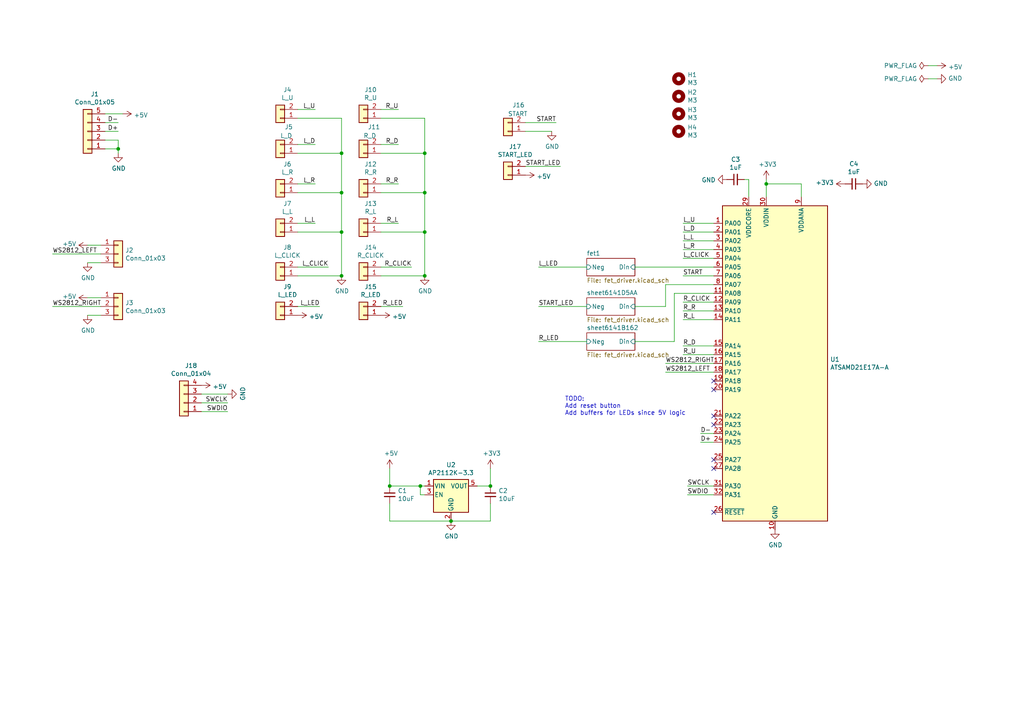
<source format=kicad_sch>
(kicad_sch (version 20211123) (generator eeschema)

  (uuid 00f3ea8b-8a54-4e56-84ff-d98f6c00496c)

  (paper "A4")

  (lib_symbols
    (symbol "Connector_Generic:Conn_01x02" (pin_names (offset 1.016) hide) (in_bom yes) (on_board yes)
      (property "Reference" "J" (id 0) (at 0 2.54 0)
        (effects (font (size 1.27 1.27)))
      )
      (property "Value" "Conn_01x02" (id 1) (at 0 -5.08 0)
        (effects (font (size 1.27 1.27)))
      )
      (property "Footprint" "" (id 2) (at 0 0 0)
        (effects (font (size 1.27 1.27)) hide)
      )
      (property "Datasheet" "~" (id 3) (at 0 0 0)
        (effects (font (size 1.27 1.27)) hide)
      )
      (property "ki_keywords" "connector" (id 4) (at 0 0 0)
        (effects (font (size 1.27 1.27)) hide)
      )
      (property "ki_description" "Generic connector, single row, 01x02, script generated (kicad-library-utils/schlib/autogen/connector/)" (id 5) (at 0 0 0)
        (effects (font (size 1.27 1.27)) hide)
      )
      (property "ki_fp_filters" "Connector*:*_1x??_*" (id 6) (at 0 0 0)
        (effects (font (size 1.27 1.27)) hide)
      )
      (symbol "Conn_01x02_1_1"
        (rectangle (start -1.27 -2.413) (end 0 -2.667)
          (stroke (width 0.1524) (type default) (color 0 0 0 0))
          (fill (type none))
        )
        (rectangle (start -1.27 0.127) (end 0 -0.127)
          (stroke (width 0.1524) (type default) (color 0 0 0 0))
          (fill (type none))
        )
        (rectangle (start -1.27 1.27) (end 1.27 -3.81)
          (stroke (width 0.254) (type default) (color 0 0 0 0))
          (fill (type background))
        )
        (pin passive line (at -5.08 0 0) (length 3.81)
          (name "Pin_1" (effects (font (size 1.27 1.27))))
          (number "1" (effects (font (size 1.27 1.27))))
        )
        (pin passive line (at -5.08 -2.54 0) (length 3.81)
          (name "Pin_2" (effects (font (size 1.27 1.27))))
          (number "2" (effects (font (size 1.27 1.27))))
        )
      )
    )
    (symbol "Connector_Generic:Conn_01x03" (pin_names (offset 1.016) hide) (in_bom yes) (on_board yes)
      (property "Reference" "J" (id 0) (at 0 5.08 0)
        (effects (font (size 1.27 1.27)))
      )
      (property "Value" "Conn_01x03" (id 1) (at 0 -5.08 0)
        (effects (font (size 1.27 1.27)))
      )
      (property "Footprint" "" (id 2) (at 0 0 0)
        (effects (font (size 1.27 1.27)) hide)
      )
      (property "Datasheet" "~" (id 3) (at 0 0 0)
        (effects (font (size 1.27 1.27)) hide)
      )
      (property "ki_keywords" "connector" (id 4) (at 0 0 0)
        (effects (font (size 1.27 1.27)) hide)
      )
      (property "ki_description" "Generic connector, single row, 01x03, script generated (kicad-library-utils/schlib/autogen/connector/)" (id 5) (at 0 0 0)
        (effects (font (size 1.27 1.27)) hide)
      )
      (property "ki_fp_filters" "Connector*:*_1x??_*" (id 6) (at 0 0 0)
        (effects (font (size 1.27 1.27)) hide)
      )
      (symbol "Conn_01x03_1_1"
        (rectangle (start -1.27 -2.413) (end 0 -2.667)
          (stroke (width 0.1524) (type default) (color 0 0 0 0))
          (fill (type none))
        )
        (rectangle (start -1.27 0.127) (end 0 -0.127)
          (stroke (width 0.1524) (type default) (color 0 0 0 0))
          (fill (type none))
        )
        (rectangle (start -1.27 2.667) (end 0 2.413)
          (stroke (width 0.1524) (type default) (color 0 0 0 0))
          (fill (type none))
        )
        (rectangle (start -1.27 3.81) (end 1.27 -3.81)
          (stroke (width 0.254) (type default) (color 0 0 0 0))
          (fill (type background))
        )
        (pin passive line (at -5.08 2.54 0) (length 3.81)
          (name "Pin_1" (effects (font (size 1.27 1.27))))
          (number "1" (effects (font (size 1.27 1.27))))
        )
        (pin passive line (at -5.08 0 0) (length 3.81)
          (name "Pin_2" (effects (font (size 1.27 1.27))))
          (number "2" (effects (font (size 1.27 1.27))))
        )
        (pin passive line (at -5.08 -2.54 0) (length 3.81)
          (name "Pin_3" (effects (font (size 1.27 1.27))))
          (number "3" (effects (font (size 1.27 1.27))))
        )
      )
    )
    (symbol "Connector_Generic:Conn_01x04" (pin_names (offset 1.016) hide) (in_bom yes) (on_board yes)
      (property "Reference" "J" (id 0) (at 0 5.08 0)
        (effects (font (size 1.27 1.27)))
      )
      (property "Value" "Conn_01x04" (id 1) (at 0 -7.62 0)
        (effects (font (size 1.27 1.27)))
      )
      (property "Footprint" "" (id 2) (at 0 0 0)
        (effects (font (size 1.27 1.27)) hide)
      )
      (property "Datasheet" "~" (id 3) (at 0 0 0)
        (effects (font (size 1.27 1.27)) hide)
      )
      (property "ki_keywords" "connector" (id 4) (at 0 0 0)
        (effects (font (size 1.27 1.27)) hide)
      )
      (property "ki_description" "Generic connector, single row, 01x04, script generated (kicad-library-utils/schlib/autogen/connector/)" (id 5) (at 0 0 0)
        (effects (font (size 1.27 1.27)) hide)
      )
      (property "ki_fp_filters" "Connector*:*_1x??_*" (id 6) (at 0 0 0)
        (effects (font (size 1.27 1.27)) hide)
      )
      (symbol "Conn_01x04_1_1"
        (rectangle (start -1.27 -4.953) (end 0 -5.207)
          (stroke (width 0.1524) (type default) (color 0 0 0 0))
          (fill (type none))
        )
        (rectangle (start -1.27 -2.413) (end 0 -2.667)
          (stroke (width 0.1524) (type default) (color 0 0 0 0))
          (fill (type none))
        )
        (rectangle (start -1.27 0.127) (end 0 -0.127)
          (stroke (width 0.1524) (type default) (color 0 0 0 0))
          (fill (type none))
        )
        (rectangle (start -1.27 2.667) (end 0 2.413)
          (stroke (width 0.1524) (type default) (color 0 0 0 0))
          (fill (type none))
        )
        (rectangle (start -1.27 3.81) (end 1.27 -6.35)
          (stroke (width 0.254) (type default) (color 0 0 0 0))
          (fill (type background))
        )
        (pin passive line (at -5.08 2.54 0) (length 3.81)
          (name "Pin_1" (effects (font (size 1.27 1.27))))
          (number "1" (effects (font (size 1.27 1.27))))
        )
        (pin passive line (at -5.08 0 0) (length 3.81)
          (name "Pin_2" (effects (font (size 1.27 1.27))))
          (number "2" (effects (font (size 1.27 1.27))))
        )
        (pin passive line (at -5.08 -2.54 0) (length 3.81)
          (name "Pin_3" (effects (font (size 1.27 1.27))))
          (number "3" (effects (font (size 1.27 1.27))))
        )
        (pin passive line (at -5.08 -5.08 0) (length 3.81)
          (name "Pin_4" (effects (font (size 1.27 1.27))))
          (number "4" (effects (font (size 1.27 1.27))))
        )
      )
    )
    (symbol "Connector_Generic:Conn_01x05" (pin_names (offset 1.016) hide) (in_bom yes) (on_board yes)
      (property "Reference" "J" (id 0) (at 0 7.62 0)
        (effects (font (size 1.27 1.27)))
      )
      (property "Value" "Conn_01x05" (id 1) (at 0 -7.62 0)
        (effects (font (size 1.27 1.27)))
      )
      (property "Footprint" "" (id 2) (at 0 0 0)
        (effects (font (size 1.27 1.27)) hide)
      )
      (property "Datasheet" "~" (id 3) (at 0 0 0)
        (effects (font (size 1.27 1.27)) hide)
      )
      (property "ki_keywords" "connector" (id 4) (at 0 0 0)
        (effects (font (size 1.27 1.27)) hide)
      )
      (property "ki_description" "Generic connector, single row, 01x05, script generated (kicad-library-utils/schlib/autogen/connector/)" (id 5) (at 0 0 0)
        (effects (font (size 1.27 1.27)) hide)
      )
      (property "ki_fp_filters" "Connector*:*_1x??_*" (id 6) (at 0 0 0)
        (effects (font (size 1.27 1.27)) hide)
      )
      (symbol "Conn_01x05_1_1"
        (rectangle (start -1.27 -4.953) (end 0 -5.207)
          (stroke (width 0.1524) (type default) (color 0 0 0 0))
          (fill (type none))
        )
        (rectangle (start -1.27 -2.413) (end 0 -2.667)
          (stroke (width 0.1524) (type default) (color 0 0 0 0))
          (fill (type none))
        )
        (rectangle (start -1.27 0.127) (end 0 -0.127)
          (stroke (width 0.1524) (type default) (color 0 0 0 0))
          (fill (type none))
        )
        (rectangle (start -1.27 2.667) (end 0 2.413)
          (stroke (width 0.1524) (type default) (color 0 0 0 0))
          (fill (type none))
        )
        (rectangle (start -1.27 5.207) (end 0 4.953)
          (stroke (width 0.1524) (type default) (color 0 0 0 0))
          (fill (type none))
        )
        (rectangle (start -1.27 6.35) (end 1.27 -6.35)
          (stroke (width 0.254) (type default) (color 0 0 0 0))
          (fill (type background))
        )
        (pin passive line (at -5.08 5.08 0) (length 3.81)
          (name "Pin_1" (effects (font (size 1.27 1.27))))
          (number "1" (effects (font (size 1.27 1.27))))
        )
        (pin passive line (at -5.08 2.54 0) (length 3.81)
          (name "Pin_2" (effects (font (size 1.27 1.27))))
          (number "2" (effects (font (size 1.27 1.27))))
        )
        (pin passive line (at -5.08 0 0) (length 3.81)
          (name "Pin_3" (effects (font (size 1.27 1.27))))
          (number "3" (effects (font (size 1.27 1.27))))
        )
        (pin passive line (at -5.08 -2.54 0) (length 3.81)
          (name "Pin_4" (effects (font (size 1.27 1.27))))
          (number "4" (effects (font (size 1.27 1.27))))
        )
        (pin passive line (at -5.08 -5.08 0) (length 3.81)
          (name "Pin_5" (effects (font (size 1.27 1.27))))
          (number "5" (effects (font (size 1.27 1.27))))
        )
      )
    )
    (symbol "Device:C_Small" (pin_numbers hide) (pin_names (offset 0.254) hide) (in_bom yes) (on_board yes)
      (property "Reference" "C" (id 0) (at 0.254 1.778 0)
        (effects (font (size 1.27 1.27)) (justify left))
      )
      (property "Value" "C_Small" (id 1) (at 0.254 -2.032 0)
        (effects (font (size 1.27 1.27)) (justify left))
      )
      (property "Footprint" "" (id 2) (at 0 0 0)
        (effects (font (size 1.27 1.27)) hide)
      )
      (property "Datasheet" "~" (id 3) (at 0 0 0)
        (effects (font (size 1.27 1.27)) hide)
      )
      (property "ki_keywords" "capacitor cap" (id 4) (at 0 0 0)
        (effects (font (size 1.27 1.27)) hide)
      )
      (property "ki_description" "Unpolarized capacitor, small symbol" (id 5) (at 0 0 0)
        (effects (font (size 1.27 1.27)) hide)
      )
      (property "ki_fp_filters" "C_*" (id 6) (at 0 0 0)
        (effects (font (size 1.27 1.27)) hide)
      )
      (symbol "C_Small_0_1"
        (polyline
          (pts
            (xy -1.524 -0.508)
            (xy 1.524 -0.508)
          )
          (stroke (width 0.3302) (type default) (color 0 0 0 0))
          (fill (type none))
        )
        (polyline
          (pts
            (xy -1.524 0.508)
            (xy 1.524 0.508)
          )
          (stroke (width 0.3048) (type default) (color 0 0 0 0))
          (fill (type none))
        )
      )
      (symbol "C_Small_1_1"
        (pin passive line (at 0 2.54 270) (length 2.032)
          (name "~" (effects (font (size 1.27 1.27))))
          (number "1" (effects (font (size 1.27 1.27))))
        )
        (pin passive line (at 0 -2.54 90) (length 2.032)
          (name "~" (effects (font (size 1.27 1.27))))
          (number "2" (effects (font (size 1.27 1.27))))
        )
      )
    )
    (symbol "MCU_Microchip_SAMD:ATSAMD21E17A-A" (in_bom yes) (on_board yes)
      (property "Reference" "U" (id 0) (at -13.97 46.99 0)
        (effects (font (size 1.27 1.27)))
      )
      (property "Value" "ATSAMD21E17A-A" (id 1) (at 16.51 46.99 0)
        (effects (font (size 1.27 1.27)))
      )
      (property "Footprint" "Package_QFP:TQFP-32_7x7mm_P0.8mm" (id 2) (at 22.86 -46.99 0)
        (effects (font (size 1.27 1.27)) hide)
      )
      (property "Datasheet" "http://ww1.microchip.com/downloads/en/DeviceDoc/SAM_D21_DA1_Family_Data%20Sheet_DS40001882E.pdf" (id 3) (at 0 0 0)
        (effects (font (size 1.27 1.27)) hide)
      )
      (property "ki_keywords" "32-bit ARM Cortex-M0+ MCU Microcontroller" (id 4) (at 0 0 0)
        (effects (font (size 1.27 1.27)) hide)
      )
      (property "ki_description" "SAM D21 Microchip SMART ARM-based Flash MCU, 48Mhz, 128K Flash, 16K SRAM, TQFP-32" (id 5) (at 0 0 0)
        (effects (font (size 1.27 1.27)) hide)
      )
      (property "ki_fp_filters" "TQFP*7x7mm*P0.8mm*" (id 6) (at 0 0 0)
        (effects (font (size 1.27 1.27)) hide)
      )
      (symbol "ATSAMD21E17A-A_1_1"
        (rectangle (start -15.24 45.72) (end 15.24 -45.72)
          (stroke (width 0.254) (type default) (color 0 0 0 0))
          (fill (type background))
        )
        (pin bidirectional line (at -17.78 40.64 0) (length 2.54)
          (name "PA00" (effects (font (size 1.27 1.27))))
          (number "1" (effects (font (size 1.27 1.27))))
        )
        (pin power_in line (at 0 -48.26 90) (length 2.54)
          (name "GND" (effects (font (size 1.27 1.27))))
          (number "10" (effects (font (size 1.27 1.27))))
        )
        (pin bidirectional line (at -17.78 20.32 0) (length 2.54)
          (name "PA08" (effects (font (size 1.27 1.27))))
          (number "11" (effects (font (size 1.27 1.27))))
        )
        (pin bidirectional line (at -17.78 17.78 0) (length 2.54)
          (name "PA09" (effects (font (size 1.27 1.27))))
          (number "12" (effects (font (size 1.27 1.27))))
        )
        (pin bidirectional line (at -17.78 15.24 0) (length 2.54)
          (name "PA10" (effects (font (size 1.27 1.27))))
          (number "13" (effects (font (size 1.27 1.27))))
        )
        (pin bidirectional line (at -17.78 12.7 0) (length 2.54)
          (name "PA11" (effects (font (size 1.27 1.27))))
          (number "14" (effects (font (size 1.27 1.27))))
        )
        (pin bidirectional line (at -17.78 5.08 0) (length 2.54)
          (name "PA14" (effects (font (size 1.27 1.27))))
          (number "15" (effects (font (size 1.27 1.27))))
        )
        (pin bidirectional line (at -17.78 2.54 0) (length 2.54)
          (name "PA15" (effects (font (size 1.27 1.27))))
          (number "16" (effects (font (size 1.27 1.27))))
        )
        (pin bidirectional line (at -17.78 0 0) (length 2.54)
          (name "PA16" (effects (font (size 1.27 1.27))))
          (number "17" (effects (font (size 1.27 1.27))))
        )
        (pin bidirectional line (at -17.78 -2.54 0) (length 2.54)
          (name "PA17" (effects (font (size 1.27 1.27))))
          (number "18" (effects (font (size 1.27 1.27))))
        )
        (pin bidirectional line (at -17.78 -5.08 0) (length 2.54)
          (name "PA18" (effects (font (size 1.27 1.27))))
          (number "19" (effects (font (size 1.27 1.27))))
        )
        (pin bidirectional line (at -17.78 38.1 0) (length 2.54)
          (name "PA01" (effects (font (size 1.27 1.27))))
          (number "2" (effects (font (size 1.27 1.27))))
        )
        (pin bidirectional line (at -17.78 -7.62 0) (length 2.54)
          (name "PA19" (effects (font (size 1.27 1.27))))
          (number "20" (effects (font (size 1.27 1.27))))
        )
        (pin bidirectional line (at -17.78 -15.24 0) (length 2.54)
          (name "PA22" (effects (font (size 1.27 1.27))))
          (number "21" (effects (font (size 1.27 1.27))))
        )
        (pin bidirectional line (at -17.78 -17.78 0) (length 2.54)
          (name "PA23" (effects (font (size 1.27 1.27))))
          (number "22" (effects (font (size 1.27 1.27))))
        )
        (pin bidirectional line (at -17.78 -20.32 0) (length 2.54)
          (name "PA24" (effects (font (size 1.27 1.27))))
          (number "23" (effects (font (size 1.27 1.27))))
        )
        (pin bidirectional line (at -17.78 -22.86 0) (length 2.54)
          (name "PA25" (effects (font (size 1.27 1.27))))
          (number "24" (effects (font (size 1.27 1.27))))
        )
        (pin bidirectional line (at -17.78 -27.94 0) (length 2.54)
          (name "PA27" (effects (font (size 1.27 1.27))))
          (number "25" (effects (font (size 1.27 1.27))))
        )
        (pin input line (at -17.78 -43.18 0) (length 2.54)
          (name "~{RESET}" (effects (font (size 1.27 1.27))))
          (number "26" (effects (font (size 1.27 1.27))))
        )
        (pin bidirectional line (at -17.78 -30.48 0) (length 2.54)
          (name "PA28" (effects (font (size 1.27 1.27))))
          (number "27" (effects (font (size 1.27 1.27))))
        )
        (pin passive line (at 0 -48.26 90) (length 2.54) hide
          (name "GND" (effects (font (size 1.27 1.27))))
          (number "28" (effects (font (size 1.27 1.27))))
        )
        (pin power_out line (at -7.62 48.26 270) (length 2.54)
          (name "VDDCORE" (effects (font (size 1.27 1.27))))
          (number "29" (effects (font (size 1.27 1.27))))
        )
        (pin bidirectional line (at -17.78 35.56 0) (length 2.54)
          (name "PA02" (effects (font (size 1.27 1.27))))
          (number "3" (effects (font (size 1.27 1.27))))
        )
        (pin power_in line (at -2.54 48.26 270) (length 2.54)
          (name "VDDIN" (effects (font (size 1.27 1.27))))
          (number "30" (effects (font (size 1.27 1.27))))
        )
        (pin bidirectional line (at -17.78 -35.56 0) (length 2.54)
          (name "PA30" (effects (font (size 1.27 1.27))))
          (number "31" (effects (font (size 1.27 1.27))))
        )
        (pin bidirectional line (at -17.78 -38.1 0) (length 2.54)
          (name "PA31" (effects (font (size 1.27 1.27))))
          (number "32" (effects (font (size 1.27 1.27))))
        )
        (pin bidirectional line (at -17.78 33.02 0) (length 2.54)
          (name "PA03" (effects (font (size 1.27 1.27))))
          (number "4" (effects (font (size 1.27 1.27))))
        )
        (pin bidirectional line (at -17.78 30.48 0) (length 2.54)
          (name "PA04" (effects (font (size 1.27 1.27))))
          (number "5" (effects (font (size 1.27 1.27))))
        )
        (pin bidirectional line (at -17.78 27.94 0) (length 2.54)
          (name "PA05" (effects (font (size 1.27 1.27))))
          (number "6" (effects (font (size 1.27 1.27))))
        )
        (pin bidirectional line (at -17.78 25.4 0) (length 2.54)
          (name "PA06" (effects (font (size 1.27 1.27))))
          (number "7" (effects (font (size 1.27 1.27))))
        )
        (pin bidirectional line (at -17.78 22.86 0) (length 2.54)
          (name "PA07" (effects (font (size 1.27 1.27))))
          (number "8" (effects (font (size 1.27 1.27))))
        )
        (pin power_in line (at 7.62 48.26 270) (length 2.54)
          (name "VDDANA" (effects (font (size 1.27 1.27))))
          (number "9" (effects (font (size 1.27 1.27))))
        )
      )
    )
    (symbol "Mechanical:MountingHole" (pin_names (offset 1.016)) (in_bom yes) (on_board yes)
      (property "Reference" "H" (id 0) (at 0 5.08 0)
        (effects (font (size 1.27 1.27)))
      )
      (property "Value" "MountingHole" (id 1) (at 0 3.175 0)
        (effects (font (size 1.27 1.27)))
      )
      (property "Footprint" "" (id 2) (at 0 0 0)
        (effects (font (size 1.27 1.27)) hide)
      )
      (property "Datasheet" "~" (id 3) (at 0 0 0)
        (effects (font (size 1.27 1.27)) hide)
      )
      (property "ki_keywords" "mounting hole" (id 4) (at 0 0 0)
        (effects (font (size 1.27 1.27)) hide)
      )
      (property "ki_description" "Mounting Hole without connection" (id 5) (at 0 0 0)
        (effects (font (size 1.27 1.27)) hide)
      )
      (property "ki_fp_filters" "MountingHole*" (id 6) (at 0 0 0)
        (effects (font (size 1.27 1.27)) hide)
      )
      (symbol "MountingHole_0_1"
        (circle (center 0 0) (radius 1.27)
          (stroke (width 1.27) (type default) (color 0 0 0 0))
          (fill (type none))
        )
      )
    )
    (symbol "Regulator_Linear:AP2112K-3.3" (pin_names (offset 0.254)) (in_bom yes) (on_board yes)
      (property "Reference" "U" (id 0) (at -5.08 5.715 0)
        (effects (font (size 1.27 1.27)) (justify left))
      )
      (property "Value" "AP2112K-3.3" (id 1) (at 0 5.715 0)
        (effects (font (size 1.27 1.27)) (justify left))
      )
      (property "Footprint" "Package_TO_SOT_SMD:SOT-23-5" (id 2) (at 0 8.255 0)
        (effects (font (size 1.27 1.27)) hide)
      )
      (property "Datasheet" "https://www.diodes.com/assets/Datasheets/AP2112.pdf" (id 3) (at 0 2.54 0)
        (effects (font (size 1.27 1.27)) hide)
      )
      (property "ki_keywords" "linear regulator ldo fixed positive" (id 4) (at 0 0 0)
        (effects (font (size 1.27 1.27)) hide)
      )
      (property "ki_description" "600mA low dropout linear regulator, with enable pin, 3.8V-6V input voltage range, 3.3V fixed positive output, SOT-23-5" (id 5) (at 0 0 0)
        (effects (font (size 1.27 1.27)) hide)
      )
      (property "ki_fp_filters" "SOT?23?5*" (id 6) (at 0 0 0)
        (effects (font (size 1.27 1.27)) hide)
      )
      (symbol "AP2112K-3.3_0_1"
        (rectangle (start -5.08 4.445) (end 5.08 -5.08)
          (stroke (width 0.254) (type default) (color 0 0 0 0))
          (fill (type background))
        )
      )
      (symbol "AP2112K-3.3_1_1"
        (pin power_in line (at -7.62 2.54 0) (length 2.54)
          (name "VIN" (effects (font (size 1.27 1.27))))
          (number "1" (effects (font (size 1.27 1.27))))
        )
        (pin power_in line (at 0 -7.62 90) (length 2.54)
          (name "GND" (effects (font (size 1.27 1.27))))
          (number "2" (effects (font (size 1.27 1.27))))
        )
        (pin input line (at -7.62 0 0) (length 2.54)
          (name "EN" (effects (font (size 1.27 1.27))))
          (number "3" (effects (font (size 1.27 1.27))))
        )
        (pin no_connect line (at 5.08 0 180) (length 2.54) hide
          (name "NC" (effects (font (size 1.27 1.27))))
          (number "4" (effects (font (size 1.27 1.27))))
        )
        (pin power_out line (at 7.62 2.54 180) (length 2.54)
          (name "VOUT" (effects (font (size 1.27 1.27))))
          (number "5" (effects (font (size 1.27 1.27))))
        )
      )
    )
    (symbol "power:+3.3V" (power) (pin_names (offset 0)) (in_bom yes) (on_board yes)
      (property "Reference" "#PWR" (id 0) (at 0 -3.81 0)
        (effects (font (size 1.27 1.27)) hide)
      )
      (property "Value" "+3.3V" (id 1) (at 0 3.556 0)
        (effects (font (size 1.27 1.27)))
      )
      (property "Footprint" "" (id 2) (at 0 0 0)
        (effects (font (size 1.27 1.27)) hide)
      )
      (property "Datasheet" "" (id 3) (at 0 0 0)
        (effects (font (size 1.27 1.27)) hide)
      )
      (property "ki_keywords" "power-flag" (id 4) (at 0 0 0)
        (effects (font (size 1.27 1.27)) hide)
      )
      (property "ki_description" "Power symbol creates a global label with name \"+3.3V\"" (id 5) (at 0 0 0)
        (effects (font (size 1.27 1.27)) hide)
      )
      (symbol "+3.3V_0_1"
        (polyline
          (pts
            (xy -0.762 1.27)
            (xy 0 2.54)
          )
          (stroke (width 0) (type default) (color 0 0 0 0))
          (fill (type none))
        )
        (polyline
          (pts
            (xy 0 0)
            (xy 0 2.54)
          )
          (stroke (width 0) (type default) (color 0 0 0 0))
          (fill (type none))
        )
        (polyline
          (pts
            (xy 0 2.54)
            (xy 0.762 1.27)
          )
          (stroke (width 0) (type default) (color 0 0 0 0))
          (fill (type none))
        )
      )
      (symbol "+3.3V_1_1"
        (pin power_in line (at 0 0 90) (length 0) hide
          (name "+3V3" (effects (font (size 1.27 1.27))))
          (number "1" (effects (font (size 1.27 1.27))))
        )
      )
    )
    (symbol "power:+5V" (power) (pin_names (offset 0)) (in_bom yes) (on_board yes)
      (property "Reference" "#PWR" (id 0) (at 0 -3.81 0)
        (effects (font (size 1.27 1.27)) hide)
      )
      (property "Value" "+5V" (id 1) (at 0 3.556 0)
        (effects (font (size 1.27 1.27)))
      )
      (property "Footprint" "" (id 2) (at 0 0 0)
        (effects (font (size 1.27 1.27)) hide)
      )
      (property "Datasheet" "" (id 3) (at 0 0 0)
        (effects (font (size 1.27 1.27)) hide)
      )
      (property "ki_keywords" "power-flag" (id 4) (at 0 0 0)
        (effects (font (size 1.27 1.27)) hide)
      )
      (property "ki_description" "Power symbol creates a global label with name \"+5V\"" (id 5) (at 0 0 0)
        (effects (font (size 1.27 1.27)) hide)
      )
      (symbol "+5V_0_1"
        (polyline
          (pts
            (xy -0.762 1.27)
            (xy 0 2.54)
          )
          (stroke (width 0) (type default) (color 0 0 0 0))
          (fill (type none))
        )
        (polyline
          (pts
            (xy 0 0)
            (xy 0 2.54)
          )
          (stroke (width 0) (type default) (color 0 0 0 0))
          (fill (type none))
        )
        (polyline
          (pts
            (xy 0 2.54)
            (xy 0.762 1.27)
          )
          (stroke (width 0) (type default) (color 0 0 0 0))
          (fill (type none))
        )
      )
      (symbol "+5V_1_1"
        (pin power_in line (at 0 0 90) (length 0) hide
          (name "+5V" (effects (font (size 1.27 1.27))))
          (number "1" (effects (font (size 1.27 1.27))))
        )
      )
    )
    (symbol "power:GND" (power) (pin_names (offset 0)) (in_bom yes) (on_board yes)
      (property "Reference" "#PWR" (id 0) (at 0 -6.35 0)
        (effects (font (size 1.27 1.27)) hide)
      )
      (property "Value" "GND" (id 1) (at 0 -3.81 0)
        (effects (font (size 1.27 1.27)))
      )
      (property "Footprint" "" (id 2) (at 0 0 0)
        (effects (font (size 1.27 1.27)) hide)
      )
      (property "Datasheet" "" (id 3) (at 0 0 0)
        (effects (font (size 1.27 1.27)) hide)
      )
      (property "ki_keywords" "power-flag" (id 4) (at 0 0 0)
        (effects (font (size 1.27 1.27)) hide)
      )
      (property "ki_description" "Power symbol creates a global label with name \"GND\" , ground" (id 5) (at 0 0 0)
        (effects (font (size 1.27 1.27)) hide)
      )
      (symbol "GND_0_1"
        (polyline
          (pts
            (xy 0 0)
            (xy 0 -1.27)
            (xy 1.27 -1.27)
            (xy 0 -2.54)
            (xy -1.27 -1.27)
            (xy 0 -1.27)
          )
          (stroke (width 0) (type default) (color 0 0 0 0))
          (fill (type none))
        )
      )
      (symbol "GND_1_1"
        (pin power_in line (at 0 0 270) (length 0) hide
          (name "GND" (effects (font (size 1.27 1.27))))
          (number "1" (effects (font (size 1.27 1.27))))
        )
      )
    )
    (symbol "power:PWR_FLAG" (power) (pin_numbers hide) (pin_names (offset 0) hide) (in_bom yes) (on_board yes)
      (property "Reference" "#FLG" (id 0) (at 0 1.905 0)
        (effects (font (size 1.27 1.27)) hide)
      )
      (property "Value" "PWR_FLAG" (id 1) (at 0 3.81 0)
        (effects (font (size 1.27 1.27)))
      )
      (property "Footprint" "" (id 2) (at 0 0 0)
        (effects (font (size 1.27 1.27)) hide)
      )
      (property "Datasheet" "~" (id 3) (at 0 0 0)
        (effects (font (size 1.27 1.27)) hide)
      )
      (property "ki_keywords" "power-flag" (id 4) (at 0 0 0)
        (effects (font (size 1.27 1.27)) hide)
      )
      (property "ki_description" "Special symbol for telling ERC where power comes from" (id 5) (at 0 0 0)
        (effects (font (size 1.27 1.27)) hide)
      )
      (symbol "PWR_FLAG_0_0"
        (pin power_out line (at 0 0 90) (length 0)
          (name "pwr" (effects (font (size 1.27 1.27))))
          (number "1" (effects (font (size 1.27 1.27))))
        )
      )
      (symbol "PWR_FLAG_0_1"
        (polyline
          (pts
            (xy 0 0)
            (xy 0 1.27)
            (xy -1.016 1.905)
            (xy 0 2.54)
            (xy 1.016 1.905)
            (xy 0 1.27)
          )
          (stroke (width 0) (type default) (color 0 0 0 0))
          (fill (type none))
        )
      )
    )
  )

  (junction (at 222.25 53.34) (diameter 0) (color 0 0 0 0)
    (uuid 5ff19d63-2cb4-438b-93c4-e66d37a05329)
  )
  (junction (at 123.19 44.45) (diameter 0) (color 0 0 0 0)
    (uuid 626679e8-6101-4722-ac57-5b8d9dab4c8b)
  )
  (junction (at 99.06 67.31) (diameter 0) (color 0 0 0 0)
    (uuid 63c56ea4-91a3-4172-b9de-a4388cc8f894)
  )
  (junction (at 130.81 151.13) (diameter 0) (color 0 0 0 0)
    (uuid 71f8d568-0f23-4ff2-8e60-1600ce517a48)
  )
  (junction (at 99.06 80.01) (diameter 0) (color 0 0 0 0)
    (uuid 90e761f6-1432-4f73-ad28-fa8869b7ec31)
  )
  (junction (at 99.06 44.45) (diameter 0) (color 0 0 0 0)
    (uuid 9286cf02-1563-41d2-9931-c192c33bab31)
  )
  (junction (at 123.19 80.01) (diameter 0) (color 0 0 0 0)
    (uuid 9529c01f-e1cd-40be-b7f0-83780a544249)
  )
  (junction (at 99.06 55.88) (diameter 0) (color 0 0 0 0)
    (uuid 9b6bb172-1ac4-440a-ac75-c1917d9d59c7)
  )
  (junction (at 34.29 43.18) (diameter 0) (color 0 0 0 0)
    (uuid b0271cdd-de22-4bf4-8f55-fc137cfbd4ec)
  )
  (junction (at 123.19 55.88) (diameter 0) (color 0 0 0 0)
    (uuid b59f18ce-2e34-4b6e-b14d-8d73b8268179)
  )
  (junction (at 123.19 67.31) (diameter 0) (color 0 0 0 0)
    (uuid d68e5ddb-039c-483f-88a3-1b0b7964b482)
  )
  (junction (at 142.24 140.97) (diameter 0) (color 0 0 0 0)
    (uuid dbe92a0d-89cb-4d3f-9497-c2c1d93a3018)
  )
  (junction (at 113.03 140.97) (diameter 0) (color 0 0 0 0)
    (uuid e300709f-6c72-488d-a598-efcbd6d3af54)
  )
  (junction (at 121.92 140.97) (diameter 0) (color 0 0 0 0)
    (uuid f447e585-df78-4239-b8cb-4653b3837bb1)
  )

  (no_connect (at 207.01 135.89) (uuid 430d6d73-9de6-41ca-b788-178d709f4aae))
  (no_connect (at 207.01 148.59) (uuid 616287d9-a51f-498c-8b91-be46a0aa3a7f))
  (no_connect (at 207.01 120.65) (uuid 6a2bcc72-047b-4846-8583-1109e3552669))
  (no_connect (at 207.01 123.19) (uuid 775e8983-a723-43c5-bf00-61681f0840f3))
  (no_connect (at 207.01 133.35) (uuid a0e7a81b-2259-4f8d-8368-ba75f2004714))
  (no_connect (at 207.01 113.03) (uuid c873689a-d206-42f5-aead-9199b4d63f51))
  (no_connect (at 207.01 110.49) (uuid fc83cd71-1198-4019-87a1-dc154bceead3))

  (wire (pts (xy 142.24 151.13) (xy 130.81 151.13))
    (stroke (width 0) (type default) (color 0 0 0 0))
    (uuid 01f82238-6335-48fe-8b0a-6853e227345a)
  )
  (wire (pts (xy 86.36 80.01) (xy 99.06 80.01))
    (stroke (width 0) (type default) (color 0 0 0 0))
    (uuid 03f57fb4-32a3-4bc6-85b9-fd8ece4a9592)
  )
  (wire (pts (xy 34.29 43.18) (xy 34.29 40.64))
    (stroke (width 0) (type default) (color 0 0 0 0))
    (uuid 076046ab-4b56-4060-b8d9-0d80806d0277)
  )
  (wire (pts (xy 110.49 44.45) (xy 123.19 44.45))
    (stroke (width 0) (type default) (color 0 0 0 0))
    (uuid 07d160b6-23e1-4aa0-95cb-440482e6fc15)
  )
  (wire (pts (xy 25.4 71.12) (xy 29.21 71.12))
    (stroke (width 0) (type default) (color 0 0 0 0))
    (uuid 0a1a4d88-972a-46ce-b25e-6cb796bd41f7)
  )
  (wire (pts (xy 207.01 77.47) (xy 184.15 77.47))
    (stroke (width 0) (type default) (color 0 0 0 0))
    (uuid 0b9f21ed-3d41-4f23-ae45-74117a5f3153)
  )
  (wire (pts (xy 207.01 107.95) (xy 193.04 107.95))
    (stroke (width 0) (type default) (color 0 0 0 0))
    (uuid 0cc9bf07-55b9-458f-b8aa-41b2f51fa940)
  )
  (wire (pts (xy 199.39 140.97) (xy 207.01 140.97))
    (stroke (width 0) (type default) (color 0 0 0 0))
    (uuid 10d8ad0e-6a08-4053-92aa-23a15910fd21)
  )
  (wire (pts (xy 113.03 151.13) (xy 130.81 151.13))
    (stroke (width 0) (type default) (color 0 0 0 0))
    (uuid 13bbfffc-affb-4b43-9eb1-f2ed90a8a919)
  )
  (wire (pts (xy 30.48 43.18) (xy 34.29 43.18))
    (stroke (width 0) (type default) (color 0 0 0 0))
    (uuid 196a8dd5-5fd6-4c7f-ae4a-0104bd82e61b)
  )
  (wire (pts (xy 142.24 140.97) (xy 142.24 135.89))
    (stroke (width 0) (type default) (color 0 0 0 0))
    (uuid 1ab71a3c-340b-469a-ada5-4f87f0b7b2fa)
  )
  (wire (pts (xy 110.49 34.29) (xy 123.19 34.29))
    (stroke (width 0) (type default) (color 0 0 0 0))
    (uuid 1e48966e-d29d-4521-8939-ec8ac570431d)
  )
  (wire (pts (xy 121.92 140.97) (xy 123.19 140.97))
    (stroke (width 0) (type default) (color 0 0 0 0))
    (uuid 20caf6d2-76a7-497e-ac56-f6d31eb9027b)
  )
  (wire (pts (xy 156.21 88.9) (xy 170.18 88.9))
    (stroke (width 0) (type default) (color 0 0 0 0))
    (uuid 212bf70c-2324-47d9-8700-59771063baeb)
  )
  (wire (pts (xy 86.36 55.88) (xy 99.06 55.88))
    (stroke (width 0) (type default) (color 0 0 0 0))
    (uuid 24b72b0d-63b8-4e06-89d0-e94dcf39a600)
  )
  (wire (pts (xy 86.36 31.75) (xy 91.44 31.75))
    (stroke (width 0) (type default) (color 0 0 0 0))
    (uuid 2878a73c-5447-4cd9-8194-14f52ab9459c)
  )
  (wire (pts (xy 25.4 86.36) (xy 29.21 86.36))
    (stroke (width 0) (type default) (color 0 0 0 0))
    (uuid 29bb7297-26fb-4776-9266-2355d022bab0)
  )
  (wire (pts (xy 207.01 143.51) (xy 199.39 143.51))
    (stroke (width 0) (type default) (color 0 0 0 0))
    (uuid 2b64d2cb-d62a-4762-97ea-f1b0d4293c4f)
  )
  (wire (pts (xy 193.04 82.55) (xy 193.04 88.9))
    (stroke (width 0) (type default) (color 0 0 0 0))
    (uuid 2c95b9a6-9c71-4108-9cde-57ddfdd2dd19)
  )
  (wire (pts (xy 121.92 140.97) (xy 113.03 140.97))
    (stroke (width 0) (type default) (color 0 0 0 0))
    (uuid 2f291a4b-4ecb-4692-9ad2-324f9784c0d4)
  )
  (wire (pts (xy 29.21 73.66) (xy 15.24 73.66))
    (stroke (width 0) (type default) (color 0 0 0 0))
    (uuid 36d783e7-096f-4c97-9672-7e08c083b87b)
  )
  (wire (pts (xy 193.04 105.41) (xy 207.01 105.41))
    (stroke (width 0) (type default) (color 0 0 0 0))
    (uuid 386ad9e3-71fa-420f-8722-88548b024fc5)
  )
  (wire (pts (xy 99.06 67.31) (xy 99.06 55.88))
    (stroke (width 0) (type default) (color 0 0 0 0))
    (uuid 3b686d17-1000-4762-ba31-589d599a3edf)
  )
  (wire (pts (xy 34.29 35.56) (xy 30.48 35.56))
    (stroke (width 0) (type default) (color 0 0 0 0))
    (uuid 43707e99-bdd7-4b02-9974-540ed6c2b0aa)
  )
  (wire (pts (xy 156.21 77.47) (xy 170.18 77.47))
    (stroke (width 0) (type default) (color 0 0 0 0))
    (uuid 44035e53-ff94-45ad-801f-55a1ce042a0d)
  )
  (wire (pts (xy 86.36 67.31) (xy 99.06 67.31))
    (stroke (width 0) (type default) (color 0 0 0 0))
    (uuid 4431c0f6-83ea-4eee-95a8-991da2f03ccd)
  )
  (wire (pts (xy 91.44 41.91) (xy 86.36 41.91))
    (stroke (width 0) (type default) (color 0 0 0 0))
    (uuid 44646447-0a8e-4aec-a74e-22bf765d0f33)
  )
  (wire (pts (xy 34.29 44.45) (xy 34.29 43.18))
    (stroke (width 0) (type default) (color 0 0 0 0))
    (uuid 45884597-7014-4461-83ee-9975c42b9a53)
  )
  (wire (pts (xy 195.58 99.06) (xy 184.15 99.06))
    (stroke (width 0) (type default) (color 0 0 0 0))
    (uuid 475ed8b3-90bf-48cd-bce5-d8f48b689541)
  )
  (wire (pts (xy 161.29 35.56) (xy 152.4 35.56))
    (stroke (width 0) (type default) (color 0 0 0 0))
    (uuid 49575217-40b0-4890-8acf-12982cca52b5)
  )
  (wire (pts (xy 152.4 38.1) (xy 160.02 38.1))
    (stroke (width 0) (type default) (color 0 0 0 0))
    (uuid 4cafb73d-1ad8-4d24-acf7-63d78095ae46)
  )
  (wire (pts (xy 99.06 55.88) (xy 99.06 44.45))
    (stroke (width 0) (type default) (color 0 0 0 0))
    (uuid 5701b80f-f006-4814-81c9-0c7f006088a9)
  )
  (wire (pts (xy 162.56 48.26) (xy 152.4 48.26))
    (stroke (width 0) (type default) (color 0 0 0 0))
    (uuid 59fc765e-1357-4c94-9529-5635418c7d73)
  )
  (wire (pts (xy 110.49 53.34) (xy 115.57 53.34))
    (stroke (width 0) (type default) (color 0 0 0 0))
    (uuid 5a222fb6-5159-4931-9015-19df65643140)
  )
  (wire (pts (xy 198.12 72.39) (xy 207.01 72.39))
    (stroke (width 0) (type default) (color 0 0 0 0))
    (uuid 5d49e9a6-41dd-4072-adde-ef1036c1979b)
  )
  (wire (pts (xy 207.01 128.27) (xy 203.2 128.27))
    (stroke (width 0) (type default) (color 0 0 0 0))
    (uuid 5e7c3a32-8dda-4e6a-9838-c94d1f165575)
  )
  (wire (pts (xy 232.41 53.34) (xy 232.41 57.15))
    (stroke (width 0) (type default) (color 0 0 0 0))
    (uuid 637f12be-fa48-4ce4-96b2-04c21a8795c8)
  )
  (wire (pts (xy 99.06 44.45) (xy 99.06 34.29))
    (stroke (width 0) (type default) (color 0 0 0 0))
    (uuid 66bc2bca-dab7-4947-a0ff-403cdaf9fb89)
  )
  (wire (pts (xy 123.19 55.88) (xy 123.19 44.45))
    (stroke (width 0) (type default) (color 0 0 0 0))
    (uuid 691af561-538d-4e8f-a916-26cad45eb7d6)
  )
  (wire (pts (xy 198.12 87.63) (xy 207.01 87.63))
    (stroke (width 0) (type default) (color 0 0 0 0))
    (uuid 6cb535a7-247d-4f99-997d-c21b160eadfa)
  )
  (wire (pts (xy 15.24 88.9) (xy 29.21 88.9))
    (stroke (width 0) (type default) (color 0 0 0 0))
    (uuid 72b36951-3ec7-4569-9c88-cf9b4afe1cae)
  )
  (wire (pts (xy 121.92 143.51) (xy 121.92 140.97))
    (stroke (width 0) (type default) (color 0 0 0 0))
    (uuid 759788bd-3cb9-4d38-b58c-5cb10b7dca6b)
  )
  (wire (pts (xy 66.04 116.84) (xy 58.42 116.84))
    (stroke (width 0) (type default) (color 0 0 0 0))
    (uuid 7acd513a-187b-4936-9f93-2e521ce33ad5)
  )
  (wire (pts (xy 207.01 85.09) (xy 195.58 85.09))
    (stroke (width 0) (type default) (color 0 0 0 0))
    (uuid 7b766787-7689-40b8-9ef5-c0b1af45a9ae)
  )
  (wire (pts (xy 142.24 146.05) (xy 142.24 151.13))
    (stroke (width 0) (type default) (color 0 0 0 0))
    (uuid 7c00778a-4692-4f9b-87d5-2d355077ce1e)
  )
  (wire (pts (xy 115.57 64.77) (xy 110.49 64.77))
    (stroke (width 0) (type default) (color 0 0 0 0))
    (uuid 7ce7415d-7c22-49f6-8215-488853ccc8c6)
  )
  (wire (pts (xy 198.12 100.33) (xy 207.01 100.33))
    (stroke (width 0) (type default) (color 0 0 0 0))
    (uuid 7f9683c1-2203-43df-8fa1-719a0dc360df)
  )
  (wire (pts (xy 110.49 67.31) (xy 123.19 67.31))
    (stroke (width 0) (type default) (color 0 0 0 0))
    (uuid 844d7d7a-b386-45a8-aaf6-bf41bbcb43b5)
  )
  (wire (pts (xy 269.24 19.05) (xy 271.78 19.05))
    (stroke (width 0) (type default) (color 0 0 0 0))
    (uuid 8458d41c-5d62-455d-b6e1-9f718c0faac9)
  )
  (wire (pts (xy 207.01 82.55) (xy 193.04 82.55))
    (stroke (width 0) (type default) (color 0 0 0 0))
    (uuid 8486c294-aa7e-43c3-b257-1ca3356dd17a)
  )
  (wire (pts (xy 119.38 77.47) (xy 110.49 77.47))
    (stroke (width 0) (type default) (color 0 0 0 0))
    (uuid 869d6302-ae22-478f-9723-3feacbb12eef)
  )
  (wire (pts (xy 198.12 67.31) (xy 207.01 67.31))
    (stroke (width 0) (type default) (color 0 0 0 0))
    (uuid 87a1984f-543d-4f2e-ad8a-7a3a24ee6047)
  )
  (wire (pts (xy 115.57 41.91) (xy 110.49 41.91))
    (stroke (width 0) (type default) (color 0 0 0 0))
    (uuid 88002554-c459-46e5-8b22-6ea6fe07fd4c)
  )
  (wire (pts (xy 123.19 80.01) (xy 123.19 67.31))
    (stroke (width 0) (type default) (color 0 0 0 0))
    (uuid 89a8e170-a222-41c0-b545-c9f4c5604011)
  )
  (wire (pts (xy 217.17 57.15) (xy 217.17 52.07))
    (stroke (width 0) (type default) (color 0 0 0 0))
    (uuid 89c9afdc-c346-4300-a392-5f9dd8c1e5bd)
  )
  (wire (pts (xy 198.12 80.01) (xy 207.01 80.01))
    (stroke (width 0) (type default) (color 0 0 0 0))
    (uuid 8ac400bf-c9b3-4af4-b0a7-9aa9ab4ad17e)
  )
  (wire (pts (xy 217.17 52.07) (xy 215.9 52.07))
    (stroke (width 0) (type default) (color 0 0 0 0))
    (uuid 8b7bbefd-8f78-41f8-809c-2534a5de3b39)
  )
  (wire (pts (xy 198.12 64.77) (xy 207.01 64.77))
    (stroke (width 0) (type default) (color 0 0 0 0))
    (uuid 8cb2cd3a-4ef9-4ae5-b6bc-2b1d16f657d6)
  )
  (wire (pts (xy 110.49 31.75) (xy 115.57 31.75))
    (stroke (width 0) (type default) (color 0 0 0 0))
    (uuid 8cdc8ef9-532e-4bf5-9998-7213b9e692a2)
  )
  (wire (pts (xy 58.42 119.38) (xy 66.04 119.38))
    (stroke (width 0) (type default) (color 0 0 0 0))
    (uuid 8e295ed4-82cb-4d9f-8888-7ad2dd4d5129)
  )
  (wire (pts (xy 113.03 135.89) (xy 113.03 140.97))
    (stroke (width 0) (type default) (color 0 0 0 0))
    (uuid 8efee08b-b92e-4ba6-8722-c058e18114fe)
  )
  (wire (pts (xy 113.03 146.05) (xy 113.03 151.13))
    (stroke (width 0) (type default) (color 0 0 0 0))
    (uuid 97581b9a-3f6b-4e88-8768-6fdb60e6aca6)
  )
  (wire (pts (xy 203.2 125.73) (xy 207.01 125.73))
    (stroke (width 0) (type default) (color 0 0 0 0))
    (uuid 98861672-254d-432b-8e5a-10d885a5ffdc)
  )
  (wire (pts (xy 35.56 33.02) (xy 30.48 33.02))
    (stroke (width 0) (type default) (color 0 0 0 0))
    (uuid 99dfa524-0366-4808-b4e8-328fc38e8656)
  )
  (wire (pts (xy 110.49 55.88) (xy 123.19 55.88))
    (stroke (width 0) (type default) (color 0 0 0 0))
    (uuid a62609cd-29b7-4918-b97d-7b2404ba61cf)
  )
  (wire (pts (xy 86.36 44.45) (xy 99.06 44.45))
    (stroke (width 0) (type default) (color 0 0 0 0))
    (uuid a6738794-75ae-48a6-8949-ed8717400d71)
  )
  (wire (pts (xy 193.04 88.9) (xy 184.15 88.9))
    (stroke (width 0) (type default) (color 0 0 0 0))
    (uuid aee7520e-3bfc-435f-a66b-1dd1f5aa6a87)
  )
  (wire (pts (xy 198.12 102.87) (xy 207.01 102.87))
    (stroke (width 0) (type default) (color 0 0 0 0))
    (uuid b0054ce1-b60e-41de-a6a2-bf712784dd39)
  )
  (wire (pts (xy 99.06 80.01) (xy 99.06 67.31))
    (stroke (width 0) (type default) (color 0 0 0 0))
    (uuid b78cb2c1-ae4b-4d9b-acd8-d7fe342342f2)
  )
  (wire (pts (xy 123.19 44.45) (xy 123.19 34.29))
    (stroke (width 0) (type default) (color 0 0 0 0))
    (uuid b7bf6e08-7978-4190-aff5-c90d967f0f9c)
  )
  (wire (pts (xy 198.12 92.71) (xy 207.01 92.71))
    (stroke (width 0) (type default) (color 0 0 0 0))
    (uuid be2983fa-f06e-485e-bea1-3dd96b916ec5)
  )
  (wire (pts (xy 91.44 64.77) (xy 86.36 64.77))
    (stroke (width 0) (type default) (color 0 0 0 0))
    (uuid c25449d6-d734-4953-b762-98f82a830248)
  )
  (wire (pts (xy 34.29 40.64) (xy 30.48 40.64))
    (stroke (width 0) (type default) (color 0 0 0 0))
    (uuid c514e30c-e48e-4ca5-ab44-8b3afedef1f2)
  )
  (wire (pts (xy 138.43 140.97) (xy 142.24 140.97))
    (stroke (width 0) (type default) (color 0 0 0 0))
    (uuid c71f56c1-5b7c-4373-9716-fffac482104c)
  )
  (wire (pts (xy 198.12 69.85) (xy 207.01 69.85))
    (stroke (width 0) (type default) (color 0 0 0 0))
    (uuid c8ab8246-b2bb-4b06-b45e-2548482466fd)
  )
  (wire (pts (xy 25.4 76.2) (xy 29.21 76.2))
    (stroke (width 0) (type default) (color 0 0 0 0))
    (uuid cb6062da-8dcd-4826-92fd-4071e9e97213)
  )
  (wire (pts (xy 222.25 57.15) (xy 222.25 53.34))
    (stroke (width 0) (type default) (color 0 0 0 0))
    (uuid cbebc05a-c4dd-4baf-8c08-196e84e08b27)
  )
  (wire (pts (xy 269.24 22.86) (xy 271.78 22.86))
    (stroke (width 0) (type default) (color 0 0 0 0))
    (uuid cc48dd41-7768-48d3-b096-2c4cc2126c9d)
  )
  (wire (pts (xy 123.19 67.31) (xy 123.19 55.88))
    (stroke (width 0) (type default) (color 0 0 0 0))
    (uuid ccc4cc25-ac17-45ef-825c-e079951ffb21)
  )
  (wire (pts (xy 156.21 99.06) (xy 170.18 99.06))
    (stroke (width 0) (type default) (color 0 0 0 0))
    (uuid cee2f43a-7d22-4585-a857-73949bd17a9d)
  )
  (wire (pts (xy 116.84 88.9) (xy 110.49 88.9))
    (stroke (width 0) (type default) (color 0 0 0 0))
    (uuid d66d3c12-11ce-4566-9a45-962e329503d8)
  )
  (wire (pts (xy 86.36 34.29) (xy 99.06 34.29))
    (stroke (width 0) (type default) (color 0 0 0 0))
    (uuid d692b5e6-71b2-4fa6-bc83-618add8d8fef)
  )
  (wire (pts (xy 86.36 53.34) (xy 91.44 53.34))
    (stroke (width 0) (type default) (color 0 0 0 0))
    (uuid d7e4abd8-69f5-4706-b12e-898194e5bf56)
  )
  (wire (pts (xy 198.12 90.17) (xy 207.01 90.17))
    (stroke (width 0) (type default) (color 0 0 0 0))
    (uuid dc1d84c8-33da-4489-be8e-2a1de3001779)
  )
  (wire (pts (xy 195.58 85.09) (xy 195.58 99.06))
    (stroke (width 0) (type default) (color 0 0 0 0))
    (uuid df2a6036-7274-4398-9365-148b6ddab90d)
  )
  (wire (pts (xy 30.48 38.1) (xy 34.29 38.1))
    (stroke (width 0) (type default) (color 0 0 0 0))
    (uuid e17e6c0e-7e5b-43f0-ad48-0a2760b45b04)
  )
  (wire (pts (xy 110.49 80.01) (xy 123.19 80.01))
    (stroke (width 0) (type default) (color 0 0 0 0))
    (uuid e1b88aa4-d887-4eea-83ff-5c009f4390c4)
  )
  (wire (pts (xy 92.71 88.9) (xy 86.36 88.9))
    (stroke (width 0) (type default) (color 0 0 0 0))
    (uuid e413cfad-d7bd-41ab-b8dd-4b67484671a6)
  )
  (wire (pts (xy 198.12 74.93) (xy 207.01 74.93))
    (stroke (width 0) (type default) (color 0 0 0 0))
    (uuid e87738fc-e372-4c48-9de9-398fd8b4874c)
  )
  (wire (pts (xy 29.21 91.44) (xy 25.4 91.44))
    (stroke (width 0) (type default) (color 0 0 0 0))
    (uuid eb8d02e9-145c-465d-b6a8-bae84d47a94b)
  )
  (wire (pts (xy 123.19 143.51) (xy 121.92 143.51))
    (stroke (width 0) (type default) (color 0 0 0 0))
    (uuid f44d04c5-0d17-4d52-8328-ef3b4fdfba5f)
  )
  (wire (pts (xy 222.25 53.34) (xy 232.41 53.34))
    (stroke (width 0) (type default) (color 0 0 0 0))
    (uuid f7447e92-4293-41c4-be3f-69b30aad1f17)
  )
  (wire (pts (xy 95.25 77.47) (xy 86.36 77.47))
    (stroke (width 0) (type default) (color 0 0 0 0))
    (uuid f9b1563b-384a-447c-9f47-736504e995c8)
  )
  (wire (pts (xy 222.25 53.34) (xy 222.25 52.07))
    (stroke (width 0) (type default) (color 0 0 0 0))
    (uuid fa00d3f4-bb71-4b1d-aa40-ae9267e2c41f)
  )
  (wire (pts (xy 66.04 114.3) (xy 58.42 114.3))
    (stroke (width 0) (type default) (color 0 0 0 0))
    (uuid fad4c712-0a2e-465d-a9f8-83d26bd66e37)
  )

  (text "TODO:\nAdd reset button\nAdd buffers for LEDs since 5V logic"
    (at 163.83 120.65 0)
    (effects (font (size 1.27 1.27)) (justify left bottom))
    (uuid 92d50662-a39e-4fa1-bb6f-cc8b44dd326d)
  )

  (label "SWDIO" (at 66.04 119.38 180)
    (effects (font (size 1.27 1.27)) (justify right bottom))
    (uuid 083becc8-e25d-4206-9636-55457650bbe3)
  )
  (label "R_U" (at 115.57 31.75 180)
    (effects (font (size 1.27 1.27)) (justify right bottom))
    (uuid 0ceb97d6-1b0f-4b71-921e-b0955c30c998)
  )
  (label "D+" (at 34.29 38.1 180)
    (effects (font (size 1.27 1.27)) (justify right bottom))
    (uuid 1171ce37-6ad7-4662-bb68-5592c945ebf3)
  )
  (label "R_D" (at 115.57 41.91 180)
    (effects (font (size 1.27 1.27)) (justify right bottom))
    (uuid 1241b7f2-e266-4f5c-8a97-9f0f9d0eef37)
  )
  (label "L_CLICK" (at 95.25 77.47 180)
    (effects (font (size 1.27 1.27)) (justify right bottom))
    (uuid 18ca5aef-6a2c-41ac-9e7f-bf7acb716e53)
  )
  (label "L_R" (at 91.44 53.34 180)
    (effects (font (size 1.27 1.27)) (justify right bottom))
    (uuid 2035ea48-3ef5-4d7f-8c3c-50981b30c89a)
  )
  (label "L_L" (at 198.12 69.85 0)
    (effects (font (size 1.27 1.27)) (justify left bottom))
    (uuid 2165c9a4-eb84-4cb6-a870-2fdc39d2511b)
  )
  (label "WS2812_RIGHT" (at 193.04 105.41 0)
    (effects (font (size 1.27 1.27)) (justify left bottom))
    (uuid 241e0c85-4796-48eb-a5a0-1c0f2d6e5910)
  )
  (label "START" (at 161.29 35.56 180)
    (effects (font (size 1.27 1.27)) (justify right bottom))
    (uuid 283c990c-ae5a-4e41-a3ad-b40ca29fe90e)
  )
  (label "R_LED" (at 116.84 88.9 180)
    (effects (font (size 1.27 1.27)) (justify right bottom))
    (uuid 2c60448a-e30f-46b2-89e1-a44f51688efc)
  )
  (label "L_LED" (at 156.21 77.47 0)
    (effects (font (size 1.27 1.27)) (justify left bottom))
    (uuid 2de1ffee-2174-41d2-8969-68b8d21e5a7d)
  )
  (label "L_U" (at 91.44 31.75 180)
    (effects (font (size 1.27 1.27)) (justify right bottom))
    (uuid 2e90e294-82e1-45da-9bf1-b91dfe0dc8f6)
  )
  (label "D+" (at 203.2 128.27 0)
    (effects (font (size 1.27 1.27)) (justify left bottom))
    (uuid 31f91ec8-56e4-4e08-9ccd-012652772211)
  )
  (label "R_CLICK" (at 198.12 87.63 0)
    (effects (font (size 1.27 1.27)) (justify left bottom))
    (uuid 34c0bee6-7425-4435-8857-d1fe8dfb6d89)
  )
  (label "WS2812_LEFT" (at 193.04 107.95 0)
    (effects (font (size 1.27 1.27)) (justify left bottom))
    (uuid 363945f6-fbef-42be-99cf-4a8a48434d92)
  )
  (label "SWDIO" (at 199.39 143.51 0)
    (effects (font (size 1.27 1.27)) (justify left bottom))
    (uuid 3c9169cc-3a77-4ae0-8afc-cbfc472a28c5)
  )
  (label "L_U" (at 198.12 64.77 0)
    (effects (font (size 1.27 1.27)) (justify left bottom))
    (uuid 3e57b728-64e6-4470-8f27-a43c0dd85050)
  )
  (label "R_CLICK" (at 119.38 77.47 180)
    (effects (font (size 1.27 1.27)) (justify right bottom))
    (uuid 4b1fce17-dec7-457e-ba3b-a77604e77dc9)
  )
  (label "WS2812_RIGHT" (at 15.24 88.9 0)
    (effects (font (size 1.27 1.27)) (justify left bottom))
    (uuid 4c843bdb-6c9e-40dd-85e2-0567846e18ba)
  )
  (label "L_LED" (at 92.71 88.9 180)
    (effects (font (size 1.27 1.27)) (justify right bottom))
    (uuid 528fd7da-c9a6-40ae-9f1a-60f6a7f4d534)
  )
  (label "SWCLK" (at 199.39 140.97 0)
    (effects (font (size 1.27 1.27)) (justify left bottom))
    (uuid 5f31b97b-d794-46d6-bbd9-7a5638bcf704)
  )
  (label "R_L" (at 115.57 64.77 180)
    (effects (font (size 1.27 1.27)) (justify right bottom))
    (uuid 6241e6d3-a754-45b6-9f7c-e43019b93226)
  )
  (label "R_R" (at 198.12 90.17 0)
    (effects (font (size 1.27 1.27)) (justify left bottom))
    (uuid 6cb93665-0bcd-4104-8633-fffd1811eee0)
  )
  (label "WS2812_LEFT" (at 15.24 73.66 0)
    (effects (font (size 1.27 1.27)) (justify left bottom))
    (uuid 6ffdf05e-e119-49f9-85e9-13e4901df42a)
  )
  (label "SWCLK" (at 66.04 116.84 180)
    (effects (font (size 1.27 1.27)) (justify right bottom))
    (uuid 725cdf26-4b92-46db-bca9-10d930002dda)
  )
  (label "L_R" (at 198.12 72.39 0)
    (effects (font (size 1.27 1.27)) (justify left bottom))
    (uuid 75b944f9-bf25-4dc7-8104-e9f80b4f359b)
  )
  (label "L_L" (at 91.44 64.77 180)
    (effects (font (size 1.27 1.27)) (justify right bottom))
    (uuid 7a2f50f6-0c99-4e8d-9c2a-8f2f961d2e6d)
  )
  (label "START" (at 198.12 80.01 0)
    (effects (font (size 1.27 1.27)) (justify left bottom))
    (uuid 7c5f3091-7791-43b3-8d50-43f6a72274c9)
  )
  (label "R_R" (at 115.57 53.34 180)
    (effects (font (size 1.27 1.27)) (justify right bottom))
    (uuid 7d0dab95-9e7a-486e-a1d7-fc48860fd57d)
  )
  (label "R_D" (at 198.12 100.33 0)
    (effects (font (size 1.27 1.27)) (justify left bottom))
    (uuid 7f2b3ce3-2f20-426d-b769-e0329b6a8111)
  )
  (label "L_CLICK" (at 198.12 74.93 0)
    (effects (font (size 1.27 1.27)) (justify left bottom))
    (uuid 84d4e166-b429-409a-ab37-c6a10fd82ff5)
  )
  (label "START_LED" (at 162.56 48.26 180)
    (effects (font (size 1.27 1.27)) (justify right bottom))
    (uuid 96db52e2-6336-4f5e-846e-528c594d0509)
  )
  (label "START_LED" (at 156.21 88.9 0)
    (effects (font (size 1.27 1.27)) (justify left bottom))
    (uuid 97dcf785-3264-40a1-a36e-8842acab24fb)
  )
  (label "R_U" (at 198.12 102.87 0)
    (effects (font (size 1.27 1.27)) (justify left bottom))
    (uuid a7f2e97b-29f3-44fd-bf8a-97a3c1528b61)
  )
  (label "L_D" (at 91.44 41.91 180)
    (effects (font (size 1.27 1.27)) (justify right bottom))
    (uuid ba6fc20e-7eff-4d5f-81e4-d1fad93be155)
  )
  (label "L_D" (at 198.12 67.31 0)
    (effects (font (size 1.27 1.27)) (justify left bottom))
    (uuid bac7c5b3-99df-445a-ade9-1e608bbbe27e)
  )
  (label "D-" (at 203.2 125.73 0)
    (effects (font (size 1.27 1.27)) (justify left bottom))
    (uuid be41ac9e-b8ba-4089-983b-b84269707f1c)
  )
  (label "D-" (at 34.29 35.56 180)
    (effects (font (size 1.27 1.27)) (justify right bottom))
    (uuid d4c9471f-7503-4339-928c-d1abae1eede6)
  )
  (label "R_L" (at 198.12 92.71 0)
    (effects (font (size 1.27 1.27)) (justify left bottom))
    (uuid e0830067-5b66-4ce1-b2d1-aaa8af20baf7)
  )
  (label "R_LED" (at 156.21 99.06 0)
    (effects (font (size 1.27 1.27)) (justify left bottom))
    (uuid f5c43e09-08d6-4a29-a53a-3b9ea7fb34cd)
  )

  (symbol (lib_id "Mechanical:MountingHole") (at 196.85 22.86 0) (unit 1)
    (in_bom yes) (on_board yes)
    (uuid 00000000-0000-0000-0000-0000605b2ed0)
    (property "Reference" "H1" (id 0) (at 199.39 21.6916 0)
      (effects (font (size 1.27 1.27)) (justify left))
    )
    (property "Value" "M3" (id 1) (at 199.39 24.003 0)
      (effects (font (size 1.27 1.27)) (justify left))
    )
    (property "Footprint" "MountingHole:MountingHole_3mm" (id 2) (at 196.85 22.86 0)
      (effects (font (size 1.27 1.27)) hide)
    )
    (property "Datasheet" "~" (id 3) (at 196.85 22.86 0)
      (effects (font (size 1.27 1.27)) hide)
    )
  )

  (symbol (lib_id "Mechanical:MountingHole") (at 196.85 27.94 0) (unit 1)
    (in_bom yes) (on_board yes)
    (uuid 00000000-0000-0000-0000-0000605b3c5a)
    (property "Reference" "H2" (id 0) (at 199.39 26.7716 0)
      (effects (font (size 1.27 1.27)) (justify left))
    )
    (property "Value" "M3" (id 1) (at 199.39 29.083 0)
      (effects (font (size 1.27 1.27)) (justify left))
    )
    (property "Footprint" "MountingHole:MountingHole_3mm" (id 2) (at 196.85 27.94 0)
      (effects (font (size 1.27 1.27)) hide)
    )
    (property "Datasheet" "~" (id 3) (at 196.85 27.94 0)
      (effects (font (size 1.27 1.27)) hide)
    )
  )

  (symbol (lib_id "Mechanical:MountingHole") (at 196.85 33.02 0) (unit 1)
    (in_bom yes) (on_board yes)
    (uuid 00000000-0000-0000-0000-0000605b3ee0)
    (property "Reference" "H3" (id 0) (at 199.39 31.8516 0)
      (effects (font (size 1.27 1.27)) (justify left))
    )
    (property "Value" "M3" (id 1) (at 199.39 34.163 0)
      (effects (font (size 1.27 1.27)) (justify left))
    )
    (property "Footprint" "MountingHole:MountingHole_3mm" (id 2) (at 196.85 33.02 0)
      (effects (font (size 1.27 1.27)) hide)
    )
    (property "Datasheet" "~" (id 3) (at 196.85 33.02 0)
      (effects (font (size 1.27 1.27)) hide)
    )
  )

  (symbol (lib_id "Mechanical:MountingHole") (at 196.85 38.1 0) (unit 1)
    (in_bom yes) (on_board yes)
    (uuid 00000000-0000-0000-0000-0000605b4165)
    (property "Reference" "H4" (id 0) (at 199.39 36.9316 0)
      (effects (font (size 1.27 1.27)) (justify left))
    )
    (property "Value" "M3" (id 1) (at 199.39 39.243 0)
      (effects (font (size 1.27 1.27)) (justify left))
    )
    (property "Footprint" "MountingHole:MountingHole_3mm" (id 2) (at 196.85 38.1 0)
      (effects (font (size 1.27 1.27)) hide)
    )
    (property "Datasheet" "~" (id 3) (at 196.85 38.1 0)
      (effects (font (size 1.27 1.27)) hide)
    )
  )

  (symbol (lib_id "Connector_Generic:Conn_01x05") (at 25.4 38.1 180) (unit 1)
    (in_bom yes) (on_board yes)
    (uuid 00000000-0000-0000-0000-0000605b50d2)
    (property "Reference" "J1" (id 0) (at 27.4828 27.305 0))
    (property "Value" "Conn_01x05" (id 1) (at 27.4828 29.6164 0))
    (property "Footprint" "Connector_JST:JST_XH_B5B-XH-AM_1x05_P2.50mm_Vertical" (id 2) (at 25.4 38.1 0)
      (effects (font (size 1.27 1.27)) hide)
    )
    (property "Datasheet" "~" (id 3) (at 25.4 38.1 0)
      (effects (font (size 1.27 1.27)) hide)
    )
    (pin "1" (uuid d4fccaf9-1d55-4626-b431-c5782e41da79))
    (pin "2" (uuid 0c452aa1-5d5a-451c-b889-c388b7c46ad9))
    (pin "3" (uuid bbb9198b-c1fd-44a1-bbeb-b86634987c85))
    (pin "4" (uuid f7344c2a-7d32-4a89-b64f-ba27b62d14ca))
    (pin "5" (uuid 2b0a4d88-e641-481a-a0b5-dc924abb5447))
  )

  (symbol (lib_id "power:GND") (at 34.29 44.45 0) (unit 1)
    (in_bom yes) (on_board yes)
    (uuid 00000000-0000-0000-0000-0000605b5995)
    (property "Reference" "#PWR0101" (id 0) (at 34.29 50.8 0)
      (effects (font (size 1.27 1.27)) hide)
    )
    (property "Value" "GND" (id 1) (at 34.417 48.8442 0))
    (property "Footprint" "" (id 2) (at 34.29 44.45 0)
      (effects (font (size 1.27 1.27)) hide)
    )
    (property "Datasheet" "" (id 3) (at 34.29 44.45 0)
      (effects (font (size 1.27 1.27)) hide)
    )
    (pin "1" (uuid d2cf522b-d43d-42aa-b1bf-8c995d2821a7))
  )

  (symbol (lib_id "power:+5V") (at 35.56 33.02 270) (unit 1)
    (in_bom yes) (on_board yes)
    (uuid 00000000-0000-0000-0000-0000605b6616)
    (property "Reference" "#PWR0102" (id 0) (at 31.75 33.02 0)
      (effects (font (size 1.27 1.27)) hide)
    )
    (property "Value" "+5V" (id 1) (at 38.8112 33.401 90)
      (effects (font (size 1.27 1.27)) (justify left))
    )
    (property "Footprint" "" (id 2) (at 35.56 33.02 0)
      (effects (font (size 1.27 1.27)) hide)
    )
    (property "Datasheet" "" (id 3) (at 35.56 33.02 0)
      (effects (font (size 1.27 1.27)) hide)
    )
    (pin "1" (uuid 1ab62c3d-9029-4163-8ef2-43c3dd81f105))
  )

  (symbol (lib_id "power:+5V") (at 271.78 19.05 270) (unit 1)
    (in_bom yes) (on_board yes)
    (uuid 00000000-0000-0000-0000-0000605b6d6c)
    (property "Reference" "#PWR0103" (id 0) (at 267.97 19.05 0)
      (effects (font (size 1.27 1.27)) hide)
    )
    (property "Value" "+5V" (id 1) (at 275.0312 19.431 90)
      (effects (font (size 1.27 1.27)) (justify left))
    )
    (property "Footprint" "" (id 2) (at 271.78 19.05 0)
      (effects (font (size 1.27 1.27)) hide)
    )
    (property "Datasheet" "" (id 3) (at 271.78 19.05 0)
      (effects (font (size 1.27 1.27)) hide)
    )
    (pin "1" (uuid 59c4658a-c71a-4617-8bda-5c2a43e86c1e))
  )

  (symbol (lib_id "power:GND") (at 271.78 22.86 90) (unit 1)
    (in_bom yes) (on_board yes)
    (uuid 00000000-0000-0000-0000-0000605b7959)
    (property "Reference" "#PWR0104" (id 0) (at 278.13 22.86 0)
      (effects (font (size 1.27 1.27)) hide)
    )
    (property "Value" "GND" (id 1) (at 275.0312 22.733 90)
      (effects (font (size 1.27 1.27)) (justify right))
    )
    (property "Footprint" "" (id 2) (at 271.78 22.86 0)
      (effects (font (size 1.27 1.27)) hide)
    )
    (property "Datasheet" "" (id 3) (at 271.78 22.86 0)
      (effects (font (size 1.27 1.27)) hide)
    )
    (pin "1" (uuid 45016ee5-b23d-46d9-a1af-6e3b1e395c05))
  )

  (symbol (lib_id "power:PWR_FLAG") (at 269.24 19.05 90) (unit 1)
    (in_bom yes) (on_board yes)
    (uuid 00000000-0000-0000-0000-0000605b8155)
    (property "Reference" "#FLG0101" (id 0) (at 267.335 19.05 0)
      (effects (font (size 1.27 1.27)) hide)
    )
    (property "Value" "PWR_FLAG" (id 1) (at 266.0142 19.05 90)
      (effects (font (size 1.27 1.27)) (justify left))
    )
    (property "Footprint" "" (id 2) (at 269.24 19.05 0)
      (effects (font (size 1.27 1.27)) hide)
    )
    (property "Datasheet" "~" (id 3) (at 269.24 19.05 0)
      (effects (font (size 1.27 1.27)) hide)
    )
    (pin "1" (uuid fcc2bc7c-83cc-4b10-bc45-00f8c1611897))
  )

  (symbol (lib_id "power:PWR_FLAG") (at 269.24 22.86 90) (unit 1)
    (in_bom yes) (on_board yes)
    (uuid 00000000-0000-0000-0000-0000605b898c)
    (property "Reference" "#FLG0102" (id 0) (at 267.335 22.86 0)
      (effects (font (size 1.27 1.27)) hide)
    )
    (property "Value" "PWR_FLAG" (id 1) (at 266.0142 22.86 90)
      (effects (font (size 1.27 1.27)) (justify left))
    )
    (property "Footprint" "" (id 2) (at 269.24 22.86 0)
      (effects (font (size 1.27 1.27)) hide)
    )
    (property "Datasheet" "~" (id 3) (at 269.24 22.86 0)
      (effects (font (size 1.27 1.27)) hide)
    )
    (pin "1" (uuid bb542591-48b1-4ec7-86a4-ea873ed21c85))
  )

  (symbol (lib_id "Connector_Generic:Conn_01x03") (at 34.29 73.66 0) (unit 1)
    (in_bom yes) (on_board yes)
    (uuid 00000000-0000-0000-0000-0000605bd04d)
    (property "Reference" "J2" (id 0) (at 36.322 72.5932 0)
      (effects (font (size 1.27 1.27)) (justify left))
    )
    (property "Value" "Conn_01x03" (id 1) (at 36.322 74.9046 0)
      (effects (font (size 1.27 1.27)) (justify left))
    )
    (property "Footprint" "Connector_PinHeader_2.54mm:PinHeader_1x03_P2.54mm_Vertical" (id 2) (at 34.29 73.66 0)
      (effects (font (size 1.27 1.27)) hide)
    )
    (property "Datasheet" "~" (id 3) (at 34.29 73.66 0)
      (effects (font (size 1.27 1.27)) hide)
    )
    (pin "1" (uuid d2766488-5af9-444a-9369-48c0496e041a))
    (pin "2" (uuid a198e16a-7d00-48d6-9380-5a19225d9f80))
    (pin "3" (uuid 2c4cfe9c-93a1-46e4-966d-914c5a038fb7))
  )

  (symbol (lib_id "Connector_Generic:Conn_01x03") (at 34.29 88.9 0) (unit 1)
    (in_bom yes) (on_board yes)
    (uuid 00000000-0000-0000-0000-0000605be00f)
    (property "Reference" "J3" (id 0) (at 36.322 87.8332 0)
      (effects (font (size 1.27 1.27)) (justify left))
    )
    (property "Value" "Conn_01x03" (id 1) (at 36.322 90.1446 0)
      (effects (font (size 1.27 1.27)) (justify left))
    )
    (property "Footprint" "Connector_PinHeader_2.54mm:PinHeader_1x03_P2.54mm_Vertical" (id 2) (at 34.29 88.9 0)
      (effects (font (size 1.27 1.27)) hide)
    )
    (property "Datasheet" "~" (id 3) (at 34.29 88.9 0)
      (effects (font (size 1.27 1.27)) hide)
    )
    (pin "1" (uuid 383b33d1-e991-4ce3-8037-87508be0933c))
    (pin "2" (uuid 4ecf37d6-141f-4880-8137-fff767cec0f9))
    (pin "3" (uuid 2b5a2232-894d-4cb6-8381-6bae55b663c8))
  )

  (symbol (lib_id "power:+5V") (at 25.4 71.12 90) (unit 1)
    (in_bom yes) (on_board yes)
    (uuid 00000000-0000-0000-0000-0000605be2fb)
    (property "Reference" "#PWR0108" (id 0) (at 29.21 71.12 0)
      (effects (font (size 1.27 1.27)) hide)
    )
    (property "Value" "+5V" (id 1) (at 22.1488 70.739 90)
      (effects (font (size 1.27 1.27)) (justify left))
    )
    (property "Footprint" "" (id 2) (at 25.4 71.12 0)
      (effects (font (size 1.27 1.27)) hide)
    )
    (property "Datasheet" "" (id 3) (at 25.4 71.12 0)
      (effects (font (size 1.27 1.27)) hide)
    )
    (pin "1" (uuid a606b249-14eb-4b77-8ce5-fe913a345bce))
  )

  (symbol (lib_id "power:GND") (at 25.4 91.44 0) (unit 1)
    (in_bom yes) (on_board yes)
    (uuid 00000000-0000-0000-0000-0000605bea0a)
    (property "Reference" "#PWR0105" (id 0) (at 25.4 97.79 0)
      (effects (font (size 1.27 1.27)) hide)
    )
    (property "Value" "GND" (id 1) (at 25.527 95.8342 0))
    (property "Footprint" "" (id 2) (at 25.4 91.44 0)
      (effects (font (size 1.27 1.27)) hide)
    )
    (property "Datasheet" "" (id 3) (at 25.4 91.44 0)
      (effects (font (size 1.27 1.27)) hide)
    )
    (pin "1" (uuid 8fd057dd-85a3-4b7a-b589-5b9877391b0e))
  )

  (symbol (lib_id "power:GND") (at 25.4 76.2 0) (unit 1)
    (in_bom yes) (on_board yes)
    (uuid 00000000-0000-0000-0000-0000605bf321)
    (property "Reference" "#PWR0106" (id 0) (at 25.4 82.55 0)
      (effects (font (size 1.27 1.27)) hide)
    )
    (property "Value" "GND" (id 1) (at 25.527 80.5942 0))
    (property "Footprint" "" (id 2) (at 25.4 76.2 0)
      (effects (font (size 1.27 1.27)) hide)
    )
    (property "Datasheet" "" (id 3) (at 25.4 76.2 0)
      (effects (font (size 1.27 1.27)) hide)
    )
    (pin "1" (uuid 02244622-df84-46cd-a7d6-e05813ac137c))
  )

  (symbol (lib_id "power:+5V") (at 25.4 86.36 90) (unit 1)
    (in_bom yes) (on_board yes)
    (uuid 00000000-0000-0000-0000-0000605bff8f)
    (property "Reference" "#PWR0107" (id 0) (at 29.21 86.36 0)
      (effects (font (size 1.27 1.27)) hide)
    )
    (property "Value" "+5V" (id 1) (at 22.1488 85.979 90)
      (effects (font (size 1.27 1.27)) (justify left))
    )
    (property "Footprint" "" (id 2) (at 25.4 86.36 0)
      (effects (font (size 1.27 1.27)) hide)
    )
    (property "Datasheet" "" (id 3) (at 25.4 86.36 0)
      (effects (font (size 1.27 1.27)) hide)
    )
    (pin "1" (uuid a9458e96-f930-418c-b123-0ae8458de3c8))
  )

  (symbol (lib_id "Connector_Generic:Conn_01x02") (at 81.28 34.29 180) (unit 1)
    (in_bom yes) (on_board yes)
    (uuid 00000000-0000-0000-0000-0000605c1dac)
    (property "Reference" "J4" (id 0) (at 83.3628 26.035 0))
    (property "Value" "L_U" (id 1) (at 83.3628 28.3464 0))
    (property "Footprint" "Connector_PinHeader_2.54mm:PinHeader_1x02_P2.54mm_Vertical" (id 2) (at 81.28 34.29 0)
      (effects (font (size 1.27 1.27)) hide)
    )
    (property "Datasheet" "~" (id 3) (at 81.28 34.29 0)
      (effects (font (size 1.27 1.27)) hide)
    )
    (pin "1" (uuid 27863e11-5874-4333-96bd-dc8688f8c315))
    (pin "2" (uuid df0e4e76-c7fa-4be2-9eb4-daa42c994d42))
  )

  (symbol (lib_id "Connector_Generic:Conn_01x02") (at 81.28 55.88 180) (unit 1)
    (in_bom yes) (on_board yes)
    (uuid 00000000-0000-0000-0000-0000605c4e42)
    (property "Reference" "J6" (id 0) (at 83.3628 47.625 0))
    (property "Value" "L_R" (id 1) (at 83.3628 49.9364 0))
    (property "Footprint" "Connector_PinHeader_2.54mm:PinHeader_1x02_P2.54mm_Vertical" (id 2) (at 81.28 55.88 0)
      (effects (font (size 1.27 1.27)) hide)
    )
    (property "Datasheet" "~" (id 3) (at 81.28 55.88 0)
      (effects (font (size 1.27 1.27)) hide)
    )
    (pin "1" (uuid b615a222-4fdd-4e31-9028-7d27bd5e990f))
    (pin "2" (uuid 479edbfe-22e9-482f-abe6-e8a9ee4f8095))
  )

  (symbol (lib_id "Connector_Generic:Conn_01x02") (at 81.28 44.45 180) (unit 1)
    (in_bom yes) (on_board yes)
    (uuid 00000000-0000-0000-0000-0000605c5515)
    (property "Reference" "J5" (id 0) (at 82.55 36.83 0)
      (effects (font (size 1.27 1.27)) (justify right))
    )
    (property "Value" "L_D" (id 1) (at 81.28 39.37 0)
      (effects (font (size 1.27 1.27)) (justify right))
    )
    (property "Footprint" "Connector_PinHeader_2.54mm:PinHeader_1x02_P2.54mm_Vertical" (id 2) (at 81.28 44.45 0)
      (effects (font (size 1.27 1.27)) hide)
    )
    (property "Datasheet" "~" (id 3) (at 81.28 44.45 0)
      (effects (font (size 1.27 1.27)) hide)
    )
    (pin "1" (uuid 80653605-1d9f-4937-b2c0-7a38349025b0))
    (pin "2" (uuid 89809723-149c-4a55-83a8-d6b279c4807e))
  )

  (symbol (lib_id "Connector_Generic:Conn_01x02") (at 81.28 67.31 180) (unit 1)
    (in_bom yes) (on_board yes)
    (uuid 00000000-0000-0000-0000-0000605c5aa8)
    (property "Reference" "J7" (id 0) (at 83.3628 59.055 0))
    (property "Value" "L_L" (id 1) (at 83.3628 61.3664 0))
    (property "Footprint" "Connector_PinHeader_2.54mm:PinHeader_1x02_P2.54mm_Vertical" (id 2) (at 81.28 67.31 0)
      (effects (font (size 1.27 1.27)) hide)
    )
    (property "Datasheet" "~" (id 3) (at 81.28 67.31 0)
      (effects (font (size 1.27 1.27)) hide)
    )
    (pin "1" (uuid 72cdce77-591e-4a42-875e-57440a284211))
    (pin "2" (uuid 79db9f14-e4bb-4d45-8004-9f20fe2a7f5b))
  )

  (symbol (lib_id "power:GND") (at 99.06 80.01 0) (unit 1)
    (in_bom yes) (on_board yes)
    (uuid 00000000-0000-0000-0000-0000605c98b9)
    (property "Reference" "#PWR0109" (id 0) (at 99.06 86.36 0)
      (effects (font (size 1.27 1.27)) hide)
    )
    (property "Value" "GND" (id 1) (at 99.187 84.4042 0))
    (property "Footprint" "" (id 2) (at 99.06 80.01 0)
      (effects (font (size 1.27 1.27)) hide)
    )
    (property "Datasheet" "" (id 3) (at 99.06 80.01 0)
      (effects (font (size 1.27 1.27)) hide)
    )
    (pin "1" (uuid b298a5f7-b2a7-4be2-92a0-9a0824253fd3))
  )

  (symbol (lib_id "Connector_Generic:Conn_01x02") (at 105.41 34.29 180) (unit 1)
    (in_bom yes) (on_board yes)
    (uuid 00000000-0000-0000-0000-0000605ce937)
    (property "Reference" "J10" (id 0) (at 107.4928 26.035 0))
    (property "Value" "R_U" (id 1) (at 107.4928 28.3464 0))
    (property "Footprint" "Connector_PinHeader_2.54mm:PinHeader_1x02_P2.54mm_Vertical" (id 2) (at 105.41 34.29 0)
      (effects (font (size 1.27 1.27)) hide)
    )
    (property "Datasheet" "~" (id 3) (at 105.41 34.29 0)
      (effects (font (size 1.27 1.27)) hide)
    )
    (pin "1" (uuid 11fc0921-bd0d-41a6-b05d-47cd1c2b8813))
    (pin "2" (uuid 8fc81816-185d-461f-861c-2f13bd9a77b2))
  )

  (symbol (lib_id "Connector_Generic:Conn_01x02") (at 105.41 55.88 180) (unit 1)
    (in_bom yes) (on_board yes)
    (uuid 00000000-0000-0000-0000-0000605ce93d)
    (property "Reference" "J12" (id 0) (at 107.4928 47.625 0))
    (property "Value" "R_R" (id 1) (at 107.4928 49.9364 0))
    (property "Footprint" "Connector_PinHeader_2.54mm:PinHeader_1x02_P2.54mm_Vertical" (id 2) (at 105.41 55.88 0)
      (effects (font (size 1.27 1.27)) hide)
    )
    (property "Datasheet" "~" (id 3) (at 105.41 55.88 0)
      (effects (font (size 1.27 1.27)) hide)
    )
    (pin "1" (uuid ac8071bc-9be3-487e-96cb-85c64d2a6ec9))
    (pin "2" (uuid cb26a730-88fc-4f0d-ac00-615345a4d44b))
  )

  (symbol (lib_id "Connector_Generic:Conn_01x02") (at 105.41 67.31 180) (unit 1)
    (in_bom yes) (on_board yes)
    (uuid 00000000-0000-0000-0000-0000605ce943)
    (property "Reference" "J13" (id 0) (at 107.4928 59.055 0))
    (property "Value" "R_L" (id 1) (at 107.4928 61.3664 0))
    (property "Footprint" "Connector_PinHeader_2.54mm:PinHeader_1x02_P2.54mm_Vertical" (id 2) (at 105.41 67.31 0)
      (effects (font (size 1.27 1.27)) hide)
    )
    (property "Datasheet" "~" (id 3) (at 105.41 67.31 0)
      (effects (font (size 1.27 1.27)) hide)
    )
    (pin "1" (uuid f157bbf1-a7bd-49ae-b461-80930334e1d9))
    (pin "2" (uuid aafc914f-623a-4c3a-b940-66f56425cc4d))
  )

  (symbol (lib_id "Connector_Generic:Conn_01x02") (at 105.41 44.45 180) (unit 1)
    (in_bom yes) (on_board yes)
    (uuid 00000000-0000-0000-0000-0000605ce949)
    (property "Reference" "J11" (id 0) (at 106.68 36.83 0)
      (effects (font (size 1.27 1.27)) (justify right))
    )
    (property "Value" "R_D" (id 1) (at 105.41 39.37 0)
      (effects (font (size 1.27 1.27)) (justify right))
    )
    (property "Footprint" "Connector_PinHeader_2.54mm:PinHeader_1x02_P2.54mm_Vertical" (id 2) (at 105.41 44.45 0)
      (effects (font (size 1.27 1.27)) hide)
    )
    (property "Datasheet" "~" (id 3) (at 105.41 44.45 0)
      (effects (font (size 1.27 1.27)) hide)
    )
    (pin "1" (uuid b3d191f3-0efe-4242-afd1-3cacefef36b8))
    (pin "2" (uuid dd55d5f5-ba8d-481d-818a-95c036917d62))
  )

  (symbol (lib_id "power:GND") (at 123.19 80.01 0) (unit 1)
    (in_bom yes) (on_board yes)
    (uuid 00000000-0000-0000-0000-0000605ce953)
    (property "Reference" "#PWR0110" (id 0) (at 123.19 86.36 0)
      (effects (font (size 1.27 1.27)) hide)
    )
    (property "Value" "GND" (id 1) (at 123.317 84.4042 0))
    (property "Footprint" "" (id 2) (at 123.19 80.01 0)
      (effects (font (size 1.27 1.27)) hide)
    )
    (property "Datasheet" "" (id 3) (at 123.19 80.01 0)
      (effects (font (size 1.27 1.27)) hide)
    )
    (pin "1" (uuid 51dfb15b-b91e-4927-82f7-7f7ce09d4c40))
  )

  (symbol (lib_id "Connector_Generic:Conn_01x02") (at 81.28 80.01 180) (unit 1)
    (in_bom yes) (on_board yes)
    (uuid 00000000-0000-0000-0000-0000605cf475)
    (property "Reference" "J8" (id 0) (at 83.3628 71.755 0))
    (property "Value" "L_CLICK" (id 1) (at 83.3628 74.0664 0))
    (property "Footprint" "Connector_PinHeader_2.54mm:PinHeader_1x02_P2.54mm_Vertical" (id 2) (at 81.28 80.01 0)
      (effects (font (size 1.27 1.27)) hide)
    )
    (property "Datasheet" "~" (id 3) (at 81.28 80.01 0)
      (effects (font (size 1.27 1.27)) hide)
    )
    (pin "1" (uuid cc897e40-1e64-4f22-a40c-c00bcfcf8093))
    (pin "2" (uuid d59b49b9-a049-4b31-aaea-b51ea808c3ed))
  )

  (symbol (lib_id "Connector_Generic:Conn_01x02") (at 81.28 91.44 180) (unit 1)
    (in_bom yes) (on_board yes)
    (uuid 00000000-0000-0000-0000-0000605cf9d9)
    (property "Reference" "J9" (id 0) (at 83.3628 83.185 0))
    (property "Value" "L_LED" (id 1) (at 83.3628 85.4964 0))
    (property "Footprint" "Connector_PinHeader_2.54mm:PinHeader_1x02_P2.54mm_Vertical" (id 2) (at 81.28 91.44 0)
      (effects (font (size 1.27 1.27)) hide)
    )
    (property "Datasheet" "~" (id 3) (at 81.28 91.44 0)
      (effects (font (size 1.27 1.27)) hide)
    )
    (pin "1" (uuid 075a08ae-8f48-42b9-9a75-f27e1336c508))
    (pin "2" (uuid d98b61e0-d6cf-45e0-be2d-5e2be469e041))
  )

  (symbol (lib_id "power:+5V") (at 86.36 91.44 270) (unit 1)
    (in_bom yes) (on_board yes)
    (uuid 00000000-0000-0000-0000-0000605d1e5c)
    (property "Reference" "#PWR0111" (id 0) (at 82.55 91.44 0)
      (effects (font (size 1.27 1.27)) hide)
    )
    (property "Value" "+5V" (id 1) (at 89.6112 91.821 90)
      (effects (font (size 1.27 1.27)) (justify left))
    )
    (property "Footprint" "" (id 2) (at 86.36 91.44 0)
      (effects (font (size 1.27 1.27)) hide)
    )
    (property "Datasheet" "" (id 3) (at 86.36 91.44 0)
      (effects (font (size 1.27 1.27)) hide)
    )
    (pin "1" (uuid afdc143f-4e66-41fa-b116-5607846ebb46))
  )

  (symbol (lib_id "Connector_Generic:Conn_01x02") (at 105.41 80.01 180) (unit 1)
    (in_bom yes) (on_board yes)
    (uuid 00000000-0000-0000-0000-0000605ddca0)
    (property "Reference" "J14" (id 0) (at 107.4928 71.755 0))
    (property "Value" "R_CLICK" (id 1) (at 107.4928 74.0664 0))
    (property "Footprint" "Connector_PinHeader_2.54mm:PinHeader_1x02_P2.54mm_Vertical" (id 2) (at 105.41 80.01 0)
      (effects (font (size 1.27 1.27)) hide)
    )
    (property "Datasheet" "~" (id 3) (at 105.41 80.01 0)
      (effects (font (size 1.27 1.27)) hide)
    )
    (pin "1" (uuid 0fe6dcff-ffd7-4a3e-8657-2067dd6e7580))
    (pin "2" (uuid 00f9ca01-2edc-4ad3-ae4c-6bca9edabcba))
  )

  (symbol (lib_id "Connector_Generic:Conn_01x02") (at 105.41 91.44 180) (unit 1)
    (in_bom yes) (on_board yes)
    (uuid 00000000-0000-0000-0000-0000605ddca6)
    (property "Reference" "J15" (id 0) (at 107.4928 83.185 0))
    (property "Value" "R_LED" (id 1) (at 107.4928 85.4964 0))
    (property "Footprint" "Connector_PinHeader_2.54mm:PinHeader_1x02_P2.54mm_Vertical" (id 2) (at 105.41 91.44 0)
      (effects (font (size 1.27 1.27)) hide)
    )
    (property "Datasheet" "~" (id 3) (at 105.41 91.44 0)
      (effects (font (size 1.27 1.27)) hide)
    )
    (pin "1" (uuid cffc1e4b-efdb-4357-958f-ec5bee0ec14e))
    (pin "2" (uuid 14fc89a1-15ea-4da4-9e6b-f881141246f6))
  )

  (symbol (lib_id "power:+5V") (at 110.49 91.44 270) (unit 1)
    (in_bom yes) (on_board yes)
    (uuid 00000000-0000-0000-0000-0000605ddcac)
    (property "Reference" "#PWR0112" (id 0) (at 106.68 91.44 0)
      (effects (font (size 1.27 1.27)) hide)
    )
    (property "Value" "+5V" (id 1) (at 113.7412 91.821 90)
      (effects (font (size 1.27 1.27)) (justify left))
    )
    (property "Footprint" "" (id 2) (at 110.49 91.44 0)
      (effects (font (size 1.27 1.27)) hide)
    )
    (property "Datasheet" "" (id 3) (at 110.49 91.44 0)
      (effects (font (size 1.27 1.27)) hide)
    )
    (pin "1" (uuid d962ec5c-ffda-4984-950d-73d8e1935898))
  )

  (symbol (lib_id "Connector_Generic:Conn_01x02") (at 147.32 38.1 180) (unit 1)
    (in_bom yes) (on_board yes)
    (uuid 00000000-0000-0000-0000-0000605e5d53)
    (property "Reference" "J16" (id 0) (at 148.59 30.48 0)
      (effects (font (size 1.27 1.27)) (justify right))
    )
    (property "Value" "START" (id 1) (at 147.32 33.02 0)
      (effects (font (size 1.27 1.27)) (justify right))
    )
    (property "Footprint" "Connector_PinHeader_2.54mm:PinHeader_1x02_P2.54mm_Vertical" (id 2) (at 147.32 38.1 0)
      (effects (font (size 1.27 1.27)) hide)
    )
    (property "Datasheet" "~" (id 3) (at 147.32 38.1 0)
      (effects (font (size 1.27 1.27)) hide)
    )
    (pin "1" (uuid 096ced1c-8fa8-4392-85a8-5a5a64f380b3))
    (pin "2" (uuid 20a7674a-2bb7-4c93-bd0d-ccfc0b8c6753))
  )

  (symbol (lib_id "power:GND") (at 160.02 38.1 0) (unit 1)
    (in_bom yes) (on_board yes)
    (uuid 00000000-0000-0000-0000-0000605e7909)
    (property "Reference" "#PWR0113" (id 0) (at 160.02 44.45 0)
      (effects (font (size 1.27 1.27)) hide)
    )
    (property "Value" "GND" (id 1) (at 160.147 42.4942 0))
    (property "Footprint" "" (id 2) (at 160.02 38.1 0)
      (effects (font (size 1.27 1.27)) hide)
    )
    (property "Datasheet" "" (id 3) (at 160.02 38.1 0)
      (effects (font (size 1.27 1.27)) hide)
    )
    (pin "1" (uuid a41e889b-6a80-4eed-971a-da701275c33e))
  )

  (symbol (lib_id "Connector_Generic:Conn_01x02") (at 147.32 50.8 180) (unit 1)
    (in_bom yes) (on_board yes)
    (uuid 00000000-0000-0000-0000-0000605e9c1d)
    (property "Reference" "J17" (id 0) (at 149.4028 42.545 0))
    (property "Value" "START_LED" (id 1) (at 149.4028 44.8564 0))
    (property "Footprint" "Connector_PinHeader_2.54mm:PinHeader_1x02_P2.54mm_Vertical" (id 2) (at 147.32 50.8 0)
      (effects (font (size 1.27 1.27)) hide)
    )
    (property "Datasheet" "~" (id 3) (at 147.32 50.8 0)
      (effects (font (size 1.27 1.27)) hide)
    )
    (pin "1" (uuid f783c60c-282d-49e1-813d-bd5a87a75998))
    (pin "2" (uuid cea549f3-4908-4806-b11c-6b7ed73d9417))
  )

  (symbol (lib_id "power:+5V") (at 152.4 50.8 270) (unit 1)
    (in_bom yes) (on_board yes)
    (uuid 00000000-0000-0000-0000-0000605e9c23)
    (property "Reference" "#PWR0114" (id 0) (at 148.59 50.8 0)
      (effects (font (size 1.27 1.27)) hide)
    )
    (property "Value" "+5V" (id 1) (at 155.6512 51.181 90)
      (effects (font (size 1.27 1.27)) (justify left))
    )
    (property "Footprint" "" (id 2) (at 152.4 50.8 0)
      (effects (font (size 1.27 1.27)) hide)
    )
    (property "Datasheet" "" (id 3) (at 152.4 50.8 0)
      (effects (font (size 1.27 1.27)) hide)
    )
    (pin "1" (uuid 7b27df6c-eff9-473d-abf5-585d52c2f296))
  )

  (symbol (lib_id "MCU_Microchip_SAMD:ATSAMD21E17A-A") (at 224.79 105.41 0) (unit 1)
    (in_bom yes) (on_board yes)
    (uuid 00000000-0000-0000-0000-0000605f496f)
    (property "Reference" "U1" (id 0) (at 240.792 104.2416 0)
      (effects (font (size 1.27 1.27)) (justify left))
    )
    (property "Value" "ATSAMD21E17A-A" (id 1) (at 240.792 106.553 0)
      (effects (font (size 1.27 1.27)) (justify left))
    )
    (property "Footprint" "Package_QFP:TQFP-32_7x7mm_P0.8mm" (id 2) (at 247.65 152.4 0)
      (effects (font (size 1.27 1.27)) hide)
    )
    (property "Datasheet" "http://ww1.microchip.com/downloads/en/DeviceDoc/SAM_D21_DA1_Family_Data%20Sheet_DS40001882E.pdf" (id 3) (at 224.79 105.41 0)
      (effects (font (size 1.27 1.27)) hide)
    )
    (pin "1" (uuid d07a3618-a202-4f72-8896-5d1434217f6e))
    (pin "10" (uuid 016a10d0-888f-4c72-8223-c4894cd877c2))
    (pin "11" (uuid 7090c2bd-0cdc-4066-9bd3-d0e94f38d3bc))
    (pin "12" (uuid 0c65dffb-a4e8-4d1f-bec6-3f3486c0e2a1))
    (pin "13" (uuid 4b855bff-2386-4edb-8004-18fe4882a1fa))
    (pin "14" (uuid b9635adf-e027-4cc7-93b9-5880d33b2f59))
    (pin "15" (uuid 1d47d1af-3f9a-49d3-9315-826a1a74609a))
    (pin "16" (uuid 85adbb3d-40d8-49e1-8d2e-97ae51afca89))
    (pin "17" (uuid a886b760-0059-4b6a-b2d0-ef41ceaebde2))
    (pin "18" (uuid 8000f3ac-96eb-484e-a308-6f06b0dd2baa))
    (pin "19" (uuid c8adaee4-a569-4b26-9704-a76aac17e42f))
    (pin "2" (uuid d8abba52-65c9-45c8-980b-fddee070fc85))
    (pin "20" (uuid 7368614b-2351-4829-a120-d083d59e1a5f))
    (pin "21" (uuid 88e9b7b8-fb3e-496d-b897-d699fed5d22e))
    (pin "22" (uuid 11c07c53-2503-41d2-b512-5886b15e8919))
    (pin "23" (uuid 08195d33-ac8c-4fe7-b5c0-0778b2266fd3))
    (pin "24" (uuid 7e4f2c7f-db38-40ab-a63e-2f668515b764))
    (pin "25" (uuid 0e23d0bb-eccc-4885-8a3e-8730a3f991e0))
    (pin "26" (uuid a986cef8-6a74-404b-b0df-eed830b11554))
    (pin "27" (uuid a50cae34-e5c6-47b2-a5e0-ac8bf0465aef))
    (pin "28" (uuid 90c39fd3-c12d-40f5-9e6b-a74b28c43acb))
    (pin "29" (uuid 736c15db-2ac5-4f83-b97a-5e8241901ca6))
    (pin "3" (uuid 17df9fc1-59e1-4b9f-b403-66c4db7980ca))
    (pin "30" (uuid 67b45b3d-0e0e-4a7a-be8c-b7d6fc8660f1))
    (pin "31" (uuid 21fd905f-4494-4c13-b55f-1b2551991379))
    (pin "32" (uuid 43e8f306-7e2b-4af4-8db6-4aca6caf5186))
    (pin "4" (uuid 3a417397-60db-4c26-8a4f-8635bf4c333d))
    (pin "5" (uuid 1ee6f78d-1766-436a-b090-8cb43dd1098b))
    (pin "6" (uuid 12343bf6-3385-4247-857b-34e30066838f))
    (pin "7" (uuid b03f7d1d-3465-4ae3-8445-8ca1fa6d3d0a))
    (pin "8" (uuid 89f3d55b-b758-4299-91bd-46ca9e915517))
    (pin "9" (uuid c13d6ef2-b2e0-4569-b31c-542a97470879))
  )

  (symbol (lib_id "Device:C_Small") (at 247.65 53.34 270) (unit 1)
    (in_bom yes) (on_board yes)
    (uuid 00000000-0000-0000-0000-000061345dda)
    (property "Reference" "C4" (id 0) (at 247.65 47.5234 90))
    (property "Value" "1uF" (id 1) (at 247.65 49.8348 90))
    (property "Footprint" "Capacitor_SMD:C_0603_1608Metric" (id 2) (at 247.65 53.34 0)
      (effects (font (size 1.27 1.27)) hide)
    )
    (property "Datasheet" "~" (id 3) (at 247.65 53.34 0)
      (effects (font (size 1.27 1.27)) hide)
    )
    (pin "1" (uuid 89a5922c-64d7-4d92-a10e-e269ed911de5))
    (pin "2" (uuid 38da70ef-24e2-4907-8cff-cb43c20d7fb2))
  )

  (symbol (lib_id "Device:C_Small") (at 113.03 143.51 0) (unit 1)
    (in_bom yes) (on_board yes)
    (uuid 00000000-0000-0000-0000-000061347c4a)
    (property "Reference" "C1" (id 0) (at 115.3668 142.3416 0)
      (effects (font (size 1.27 1.27)) (justify left))
    )
    (property "Value" "10uF" (id 1) (at 115.3668 144.653 0)
      (effects (font (size 1.27 1.27)) (justify left))
    )
    (property "Footprint" "Capacitor_SMD:C_0603_1608Metric" (id 2) (at 113.03 143.51 0)
      (effects (font (size 1.27 1.27)) hide)
    )
    (property "Datasheet" "~" (id 3) (at 113.03 143.51 0)
      (effects (font (size 1.27 1.27)) hide)
    )
    (pin "1" (uuid a115677f-57a8-46b5-8a16-0f25a42ae62e))
    (pin "2" (uuid c2e9b57d-0635-43ba-b26c-9c06d403d337))
  )

  (symbol (lib_id "Regulator_Linear:AP2112K-3.3") (at 130.81 143.51 0) (unit 1)
    (in_bom yes) (on_board yes)
    (uuid 00000000-0000-0000-0000-0000613482ae)
    (property "Reference" "U2" (id 0) (at 130.81 134.8232 0))
    (property "Value" "AP2112K-3.3" (id 1) (at 130.81 137.1346 0))
    (property "Footprint" "Package_TO_SOT_SMD:SOT-23-5" (id 2) (at 130.81 135.255 0)
      (effects (font (size 1.27 1.27)) hide)
    )
    (property "Datasheet" "https://www.diodes.com/assets/Datasheets/AP2112.pdf" (id 3) (at 130.81 140.97 0)
      (effects (font (size 1.27 1.27)) hide)
    )
    (pin "1" (uuid e85d2eaf-d218-4814-bd6a-6c0c0f70d15f))
    (pin "2" (uuid 38eabdbc-6e70-4af4-9f6b-dd5b8f5ce77c))
    (pin "3" (uuid 755a5b32-35a6-4c08-9bea-8d6e56303577))
    (pin "4" (uuid 55f481a6-dfb3-411c-9e23-c82760267bdc))
    (pin "5" (uuid 14303dd8-706c-4d19-8320-8c0f51f93e45))
  )

  (symbol (lib_id "power:GND") (at 130.81 151.13 0) (unit 1)
    (in_bom yes) (on_board yes)
    (uuid 00000000-0000-0000-0000-0000613491fc)
    (property "Reference" "#PWR0115" (id 0) (at 130.81 157.48 0)
      (effects (font (size 1.27 1.27)) hide)
    )
    (property "Value" "GND" (id 1) (at 130.937 155.5242 0))
    (property "Footprint" "" (id 2) (at 130.81 151.13 0)
      (effects (font (size 1.27 1.27)) hide)
    )
    (property "Datasheet" "" (id 3) (at 130.81 151.13 0)
      (effects (font (size 1.27 1.27)) hide)
    )
    (pin "1" (uuid 75666a3f-7c41-4711-9581-ce5fe21318e1))
  )

  (symbol (lib_id "Device:C_Small") (at 142.24 143.51 0) (unit 1)
    (in_bom yes) (on_board yes)
    (uuid 00000000-0000-0000-0000-000061349e5a)
    (property "Reference" "C2" (id 0) (at 144.5768 142.3416 0)
      (effects (font (size 1.27 1.27)) (justify left))
    )
    (property "Value" "10uF" (id 1) (at 144.5768 144.653 0)
      (effects (font (size 1.27 1.27)) (justify left))
    )
    (property "Footprint" "Capacitor_SMD:C_0603_1608Metric" (id 2) (at 142.24 143.51 0)
      (effects (font (size 1.27 1.27)) hide)
    )
    (property "Datasheet" "~" (id 3) (at 142.24 143.51 0)
      (effects (font (size 1.27 1.27)) hide)
    )
    (pin "1" (uuid 6e0225af-d658-492d-822e-620c9a94f9ab))
    (pin "2" (uuid fa3e5aca-dcfd-4ac8-b410-b5c082e8da18))
  )

  (symbol (lib_id "power:+3.3V") (at 142.24 135.89 0) (unit 1)
    (in_bom yes) (on_board yes)
    (uuid 00000000-0000-0000-0000-000061351d50)
    (property "Reference" "#PWR0116" (id 0) (at 142.24 139.7 0)
      (effects (font (size 1.27 1.27)) hide)
    )
    (property "Value" "+3.3V" (id 1) (at 142.621 131.4958 0))
    (property "Footprint" "" (id 2) (at 142.24 135.89 0)
      (effects (font (size 1.27 1.27)) hide)
    )
    (property "Datasheet" "" (id 3) (at 142.24 135.89 0)
      (effects (font (size 1.27 1.27)) hide)
    )
    (pin "1" (uuid f500007d-7499-41c0-84a3-417af5ca9fee))
  )

  (symbol (lib_id "power:+5V") (at 113.03 135.89 0) (unit 1)
    (in_bom yes) (on_board yes)
    (uuid 00000000-0000-0000-0000-000061357051)
    (property "Reference" "#PWR0117" (id 0) (at 113.03 139.7 0)
      (effects (font (size 1.27 1.27)) hide)
    )
    (property "Value" "+5V" (id 1) (at 113.411 131.4958 0))
    (property "Footprint" "" (id 2) (at 113.03 135.89 0)
      (effects (font (size 1.27 1.27)) hide)
    )
    (property "Datasheet" "" (id 3) (at 113.03 135.89 0)
      (effects (font (size 1.27 1.27)) hide)
    )
    (pin "1" (uuid 33fbd53d-9a51-43ff-8049-35d36fd6ebbd))
  )

  (symbol (lib_id "power:+3.3V") (at 245.11 53.34 90) (unit 1)
    (in_bom yes) (on_board yes)
    (uuid 00000000-0000-0000-0000-00006135a33a)
    (property "Reference" "#PWR0119" (id 0) (at 248.92 53.34 0)
      (effects (font (size 1.27 1.27)) hide)
    )
    (property "Value" "+3.3V" (id 1) (at 241.8588 52.959 90)
      (effects (font (size 1.27 1.27)) (justify left))
    )
    (property "Footprint" "" (id 2) (at 245.11 53.34 0)
      (effects (font (size 1.27 1.27)) hide)
    )
    (property "Datasheet" "" (id 3) (at 245.11 53.34 0)
      (effects (font (size 1.27 1.27)) hide)
    )
    (pin "1" (uuid d3aa1dc2-d434-4487-aec2-1b3405b8b2fe))
  )

  (symbol (lib_id "power:GND") (at 250.19 53.34 90) (unit 1)
    (in_bom yes) (on_board yes)
    (uuid 00000000-0000-0000-0000-00006135b40a)
    (property "Reference" "#PWR0118" (id 0) (at 256.54 53.34 0)
      (effects (font (size 1.27 1.27)) hide)
    )
    (property "Value" "GND" (id 1) (at 253.4412 53.213 90)
      (effects (font (size 1.27 1.27)) (justify right))
    )
    (property "Footprint" "" (id 2) (at 250.19 53.34 0)
      (effects (font (size 1.27 1.27)) hide)
    )
    (property "Datasheet" "" (id 3) (at 250.19 53.34 0)
      (effects (font (size 1.27 1.27)) hide)
    )
    (pin "1" (uuid 01ce9358-bdd0-4985-a1b7-cb326324b8ab))
  )

  (symbol (lib_id "Device:C_Small") (at 213.36 52.07 90) (unit 1)
    (in_bom yes) (on_board yes)
    (uuid 00000000-0000-0000-0000-0000613617d5)
    (property "Reference" "C3" (id 0) (at 213.36 46.2534 90))
    (property "Value" "1uF" (id 1) (at 213.36 48.5648 90))
    (property "Footprint" "Capacitor_SMD:C_0603_1608Metric" (id 2) (at 213.36 52.07 0)
      (effects (font (size 1.27 1.27)) hide)
    )
    (property "Datasheet" "~" (id 3) (at 213.36 52.07 0)
      (effects (font (size 1.27 1.27)) hide)
    )
    (pin "1" (uuid 7ef0c35c-e001-4051-83c6-be979ab01e85))
    (pin "2" (uuid 04d50338-3d52-46eb-bc13-d6c5d7e31e0b))
  )

  (symbol (lib_id "power:GND") (at 210.82 52.07 270) (unit 1)
    (in_bom yes) (on_board yes)
    (uuid 00000000-0000-0000-0000-000061361f8e)
    (property "Reference" "#PWR0120" (id 0) (at 204.47 52.07 0)
      (effects (font (size 1.27 1.27)) hide)
    )
    (property "Value" "GND" (id 1) (at 207.5688 52.197 90)
      (effects (font (size 1.27 1.27)) (justify right))
    )
    (property "Footprint" "" (id 2) (at 210.82 52.07 0)
      (effects (font (size 1.27 1.27)) hide)
    )
    (property "Datasheet" "" (id 3) (at 210.82 52.07 0)
      (effects (font (size 1.27 1.27)) hide)
    )
    (pin "1" (uuid 592b8d5f-f2b5-4810-89db-99b1c7c4f1ca))
  )

  (symbol (lib_id "power:+3.3V") (at 222.25 52.07 0) (unit 1)
    (in_bom yes) (on_board yes)
    (uuid 00000000-0000-0000-0000-000061363ac3)
    (property "Reference" "#PWR0121" (id 0) (at 222.25 55.88 0)
      (effects (font (size 1.27 1.27)) hide)
    )
    (property "Value" "+3.3V" (id 1) (at 222.631 47.6758 0))
    (property "Footprint" "" (id 2) (at 222.25 52.07 0)
      (effects (font (size 1.27 1.27)) hide)
    )
    (property "Datasheet" "" (id 3) (at 222.25 52.07 0)
      (effects (font (size 1.27 1.27)) hide)
    )
    (pin "1" (uuid de2d5e71-eae6-4854-850e-3a153412982d))
  )

  (symbol (lib_id "power:GND") (at 224.79 153.67 0) (unit 1)
    (in_bom yes) (on_board yes)
    (uuid 00000000-0000-0000-0000-00006136b8e3)
    (property "Reference" "#PWR0122" (id 0) (at 224.79 160.02 0)
      (effects (font (size 1.27 1.27)) hide)
    )
    (property "Value" "GND" (id 1) (at 224.917 158.0642 0))
    (property "Footprint" "" (id 2) (at 224.79 153.67 0)
      (effects (font (size 1.27 1.27)) hide)
    )
    (property "Datasheet" "" (id 3) (at 224.79 153.67 0)
      (effects (font (size 1.27 1.27)) hide)
    )
    (pin "1" (uuid 0c8f6167-59be-4c1c-acfb-788cb69c146f))
  )

  (symbol (lib_id "Connector_Generic:Conn_01x04") (at 53.34 116.84 180) (unit 1)
    (in_bom yes) (on_board yes)
    (uuid 00000000-0000-0000-0000-0000614abc23)
    (property "Reference" "J18" (id 0) (at 55.4228 106.045 0))
    (property "Value" "Conn_01x04" (id 1) (at 55.4228 108.3564 0))
    (property "Footprint" "Connector_PinHeader_2.54mm:PinHeader_1x04_P2.54mm_Vertical" (id 2) (at 53.34 116.84 0)
      (effects (font (size 1.27 1.27)) hide)
    )
    (property "Datasheet" "~" (id 3) (at 53.34 116.84 0)
      (effects (font (size 1.27 1.27)) hide)
    )
    (pin "1" (uuid 11bcd3be-70f2-4abe-921f-5cafbca0eabc))
    (pin "2" (uuid 2b79beff-c883-4953-b307-3c9920fb102a))
    (pin "3" (uuid 03dbc574-b025-4a24-82f8-422e635dbe2f))
    (pin "4" (uuid 746090d3-f294-46e3-b6e9-09091c83ee07))
  )

  (symbol (lib_id "power:+5V") (at 58.42 111.76 270) (unit 1)
    (in_bom yes) (on_board yes)
    (uuid 00000000-0000-0000-0000-0000614b19b3)
    (property "Reference" "#PWR0126" (id 0) (at 54.61 111.76 0)
      (effects (font (size 1.27 1.27)) hide)
    )
    (property "Value" "+5V" (id 1) (at 61.6712 112.141 90)
      (effects (font (size 1.27 1.27)) (justify left))
    )
    (property "Footprint" "" (id 2) (at 58.42 111.76 0)
      (effects (font (size 1.27 1.27)) hide)
    )
    (property "Datasheet" "" (id 3) (at 58.42 111.76 0)
      (effects (font (size 1.27 1.27)) hide)
    )
    (pin "1" (uuid 783d06d9-66bc-4aea-ab68-6d6fea36b259))
  )

  (symbol (lib_id "power:GND") (at 66.04 114.3 90) (unit 1)
    (in_bom yes) (on_board yes)
    (uuid 00000000-0000-0000-0000-0000614b4d5b)
    (property "Reference" "#PWR0127" (id 0) (at 72.39 114.3 0)
      (effects (font (size 1.27 1.27)) hide)
    )
    (property "Value" "GND" (id 1) (at 70.4342 114.173 0))
    (property "Footprint" "" (id 2) (at 66.04 114.3 0)
      (effects (font (size 1.27 1.27)) hide)
    )
    (property "Datasheet" "" (id 3) (at 66.04 114.3 0)
      (effects (font (size 1.27 1.27)) hide)
    )
    (pin "1" (uuid 77ea6a45-fe0d-4e48-b615-8816554182c6))
  )

  (sheet (at 170.18 74.93) (size 13.97 5.08) (fields_autoplaced)
    (stroke (width 0) (type solid) (color 0 0 0 0))
    (fill (color 0 0 0 0.0000))
    (uuid 00000000-0000-0000-0000-000061413bf8)
    (property "Sheet name" "fet1" (id 0) (at 170.18 74.2184 0)
      (effects (font (size 1.27 1.27)) (justify left bottom))
    )
    (property "Sheet file" "fet_driver.kicad_sch" (id 1) (at 170.18 80.5946 0)
      (effects (font (size 1.27 1.27)) (justify left top))
    )
    (pin "Din" input (at 184.15 77.47 0)
      (effects (font (size 1.27 1.27)) (justify right))
      (uuid 347562f5-b152-4e7b-8a69-40ca6daaaad4)
    )
    (pin "Neg" input (at 170.18 77.47 180)
      (effects (font (size 1.27 1.27)) (justify left))
      (uuid f50dae73-c5b5-475d-ac8c-5b555be54fa3)
    )
  )

  (sheet (at 170.18 96.52) (size 13.97 5.08) (fields_autoplaced)
    (stroke (width 0) (type solid) (color 0 0 0 0))
    (fill (color 0 0 0 0.0000))
    (uuid 00000000-0000-0000-0000-00006141b166)
    (property "Sheet name" "sheet6141B162" (id 0) (at 170.18 95.8084 0)
      (effects (font (size 1.27 1.27)) (justify left bottom))
    )
    (property "Sheet file" "fet_driver.kicad_sch" (id 1) (at 170.18 102.1846 0)
      (effects (font (size 1.27 1.27)) (justify left top))
    )
    (pin "Din" input (at 184.15 99.06 0)
      (effects (font (size 1.27 1.27)) (justify right))
      (uuid 9e0e6fc0-a269-4822-b93d-4c5e6689ff11)
    )
    (pin "Neg" input (at 170.18 99.06 180)
      (effects (font (size 1.27 1.27)) (justify left))
      (uuid 90f81af1-b6de-44aa-a46b-6504a157ce6c)
    )
  )

  (sheet (at 170.18 86.36) (size 13.97 5.08) (fields_autoplaced)
    (stroke (width 0) (type solid) (color 0 0 0 0))
    (fill (color 0 0 0 0.0000))
    (uuid 00000000-0000-0000-0000-00006141d5ae)
    (property "Sheet name" "sheet6141D5AA" (id 0) (at 170.18 85.6484 0)
      (effects (font (size 1.27 1.27)) (justify left bottom))
    )
    (property "Sheet file" "fet_driver.kicad_sch" (id 1) (at 170.18 92.0246 0)
      (effects (font (size 1.27 1.27)) (justify left top))
    )
    (pin "Din" input (at 184.15 88.9 0)
      (effects (font (size 1.27 1.27)) (justify right))
      (uuid 76afa8e0-9b3a-439d-843c-ad039d3b6354)
    )
    (pin "Neg" input (at 170.18 88.9 180)
      (effects (font (size 1.27 1.27)) (justify left))
      (uuid a76a574b-1cac-43eb-81e6-0e2e278cea39)
    )
  )

  (sheet_instances
    (path "/" (page "1"))
    (path "/00000000-0000-0000-0000-000061413bf8" (page "2"))
    (path "/00000000-0000-0000-0000-00006141b166" (page "3"))
    (path "/00000000-0000-0000-0000-00006141d5ae" (page "4"))
  )

  (symbol_instances
    (path "/00000000-0000-0000-0000-0000605b8155"
      (reference "#FLG0101") (unit 1) (value "PWR_FLAG") (footprint "")
    )
    (path "/00000000-0000-0000-0000-0000605b898c"
      (reference "#FLG0102") (unit 1) (value "PWR_FLAG") (footprint "")
    )
    (path "/00000000-0000-0000-0000-0000605b5995"
      (reference "#PWR0101") (unit 1) (value "GND") (footprint "")
    )
    (path "/00000000-0000-0000-0000-0000605b6616"
      (reference "#PWR0102") (unit 1) (value "+5V") (footprint "")
    )
    (path "/00000000-0000-0000-0000-0000605b6d6c"
      (reference "#PWR0103") (unit 1) (value "+5V") (footprint "")
    )
    (path "/00000000-0000-0000-0000-0000605b7959"
      (reference "#PWR0104") (unit 1) (value "GND") (footprint "")
    )
    (path "/00000000-0000-0000-0000-0000605bea0a"
      (reference "#PWR0105") (unit 1) (value "GND") (footprint "")
    )
    (path "/00000000-0000-0000-0000-0000605bf321"
      (reference "#PWR0106") (unit 1) (value "GND") (footprint "")
    )
    (path "/00000000-0000-0000-0000-0000605bff8f"
      (reference "#PWR0107") (unit 1) (value "+5V") (footprint "")
    )
    (path "/00000000-0000-0000-0000-0000605be2fb"
      (reference "#PWR0108") (unit 1) (value "+5V") (footprint "")
    )
    (path "/00000000-0000-0000-0000-0000605c98b9"
      (reference "#PWR0109") (unit 1) (value "GND") (footprint "")
    )
    (path "/00000000-0000-0000-0000-0000605ce953"
      (reference "#PWR0110") (unit 1) (value "GND") (footprint "")
    )
    (path "/00000000-0000-0000-0000-0000605d1e5c"
      (reference "#PWR0111") (unit 1) (value "+5V") (footprint "")
    )
    (path "/00000000-0000-0000-0000-0000605ddcac"
      (reference "#PWR0112") (unit 1) (value "+5V") (footprint "")
    )
    (path "/00000000-0000-0000-0000-0000605e7909"
      (reference "#PWR0113") (unit 1) (value "GND") (footprint "")
    )
    (path "/00000000-0000-0000-0000-0000605e9c23"
      (reference "#PWR0114") (unit 1) (value "+5V") (footprint "")
    )
    (path "/00000000-0000-0000-0000-0000613491fc"
      (reference "#PWR0115") (unit 1) (value "GND") (footprint "")
    )
    (path "/00000000-0000-0000-0000-000061351d50"
      (reference "#PWR0116") (unit 1) (value "+3.3V") (footprint "")
    )
    (path "/00000000-0000-0000-0000-000061357051"
      (reference "#PWR0117") (unit 1) (value "+5V") (footprint "")
    )
    (path "/00000000-0000-0000-0000-00006135b40a"
      (reference "#PWR0118") (unit 1) (value "GND") (footprint "")
    )
    (path "/00000000-0000-0000-0000-00006135a33a"
      (reference "#PWR0119") (unit 1) (value "+3.3V") (footprint "")
    )
    (path "/00000000-0000-0000-0000-000061361f8e"
      (reference "#PWR0120") (unit 1) (value "GND") (footprint "")
    )
    (path "/00000000-0000-0000-0000-000061363ac3"
      (reference "#PWR0121") (unit 1) (value "+3.3V") (footprint "")
    )
    (path "/00000000-0000-0000-0000-00006136b8e3"
      (reference "#PWR0122") (unit 1) (value "GND") (footprint "")
    )
    (path "/00000000-0000-0000-0000-000061413bf8/00000000-0000-0000-0000-000061417908"
      (reference "#PWR0123") (unit 1) (value "GND") (footprint "")
    )
    (path "/00000000-0000-0000-0000-00006141b166/00000000-0000-0000-0000-000061417908"
      (reference "#PWR0124") (unit 1) (value "GND") (footprint "")
    )
    (path "/00000000-0000-0000-0000-00006141d5ae/00000000-0000-0000-0000-000061417908"
      (reference "#PWR0125") (unit 1) (value "GND") (footprint "")
    )
    (path "/00000000-0000-0000-0000-0000614b19b3"
      (reference "#PWR0126") (unit 1) (value "+5V") (footprint "")
    )
    (path "/00000000-0000-0000-0000-0000614b4d5b"
      (reference "#PWR0127") (unit 1) (value "GND") (footprint "")
    )
    (path "/00000000-0000-0000-0000-000061347c4a"
      (reference "C1") (unit 1) (value "10uF") (footprint "Capacitor_SMD:C_0603_1608Metric")
    )
    (path "/00000000-0000-0000-0000-000061349e5a"
      (reference "C2") (unit 1) (value "10uF") (footprint "Capacitor_SMD:C_0603_1608Metric")
    )
    (path "/00000000-0000-0000-0000-0000613617d5"
      (reference "C3") (unit 1) (value "1uF") (footprint "Capacitor_SMD:C_0603_1608Metric")
    )
    (path "/00000000-0000-0000-0000-000061345dda"
      (reference "C4") (unit 1) (value "1uF") (footprint "Capacitor_SMD:C_0603_1608Metric")
    )
    (path "/00000000-0000-0000-0000-0000605b2ed0"
      (reference "H1") (unit 1) (value "M3") (footprint "MountingHole:MountingHole_3mm")
    )
    (path "/00000000-0000-0000-0000-0000605b3c5a"
      (reference "H2") (unit 1) (value "M3") (footprint "MountingHole:MountingHole_3mm")
    )
    (path "/00000000-0000-0000-0000-0000605b3ee0"
      (reference "H3") (unit 1) (value "M3") (footprint "MountingHole:MountingHole_3mm")
    )
    (path "/00000000-0000-0000-0000-0000605b4165"
      (reference "H4") (unit 1) (value "M3") (footprint "MountingHole:MountingHole_3mm")
    )
    (path "/00000000-0000-0000-0000-0000605b50d2"
      (reference "J1") (unit 1) (value "Conn_01x05") (footprint "Connector_JST:JST_XH_B5B-XH-AM_1x05_P2.50mm_Vertical")
    )
    (path "/00000000-0000-0000-0000-0000605bd04d"
      (reference "J2") (unit 1) (value "Conn_01x03") (footprint "Connector_PinHeader_2.54mm:PinHeader_1x03_P2.54mm_Vertical")
    )
    (path "/00000000-0000-0000-0000-0000605be00f"
      (reference "J3") (unit 1) (value "Conn_01x03") (footprint "Connector_PinHeader_2.54mm:PinHeader_1x03_P2.54mm_Vertical")
    )
    (path "/00000000-0000-0000-0000-0000605c1dac"
      (reference "J4") (unit 1) (value "L_U") (footprint "Connector_PinHeader_2.54mm:PinHeader_1x02_P2.54mm_Vertical")
    )
    (path "/00000000-0000-0000-0000-0000605c5515"
      (reference "J5") (unit 1) (value "L_D") (footprint "Connector_PinHeader_2.54mm:PinHeader_1x02_P2.54mm_Vertical")
    )
    (path "/00000000-0000-0000-0000-0000605c4e42"
      (reference "J6") (unit 1) (value "L_R") (footprint "Connector_PinHeader_2.54mm:PinHeader_1x02_P2.54mm_Vertical")
    )
    (path "/00000000-0000-0000-0000-0000605c5aa8"
      (reference "J7") (unit 1) (value "L_L") (footprint "Connector_PinHeader_2.54mm:PinHeader_1x02_P2.54mm_Vertical")
    )
    (path "/00000000-0000-0000-0000-0000605cf475"
      (reference "J8") (unit 1) (value "L_CLICK") (footprint "Connector_PinHeader_2.54mm:PinHeader_1x02_P2.54mm_Vertical")
    )
    (path "/00000000-0000-0000-0000-0000605cf9d9"
      (reference "J9") (unit 1) (value "L_LED") (footprint "Connector_PinHeader_2.54mm:PinHeader_1x02_P2.54mm_Vertical")
    )
    (path "/00000000-0000-0000-0000-0000605ce937"
      (reference "J10") (unit 1) (value "R_U") (footprint "Connector_PinHeader_2.54mm:PinHeader_1x02_P2.54mm_Vertical")
    )
    (path "/00000000-0000-0000-0000-0000605ce949"
      (reference "J11") (unit 1) (value "R_D") (footprint "Connector_PinHeader_2.54mm:PinHeader_1x02_P2.54mm_Vertical")
    )
    (path "/00000000-0000-0000-0000-0000605ce93d"
      (reference "J12") (unit 1) (value "R_R") (footprint "Connector_PinHeader_2.54mm:PinHeader_1x02_P2.54mm_Vertical")
    )
    (path "/00000000-0000-0000-0000-0000605ce943"
      (reference "J13") (unit 1) (value "R_L") (footprint "Connector_PinHeader_2.54mm:PinHeader_1x02_P2.54mm_Vertical")
    )
    (path "/00000000-0000-0000-0000-0000605ddca0"
      (reference "J14") (unit 1) (value "R_CLICK") (footprint "Connector_PinHeader_2.54mm:PinHeader_1x02_P2.54mm_Vertical")
    )
    (path "/00000000-0000-0000-0000-0000605ddca6"
      (reference "J15") (unit 1) (value "R_LED") (footprint "Connector_PinHeader_2.54mm:PinHeader_1x02_P2.54mm_Vertical")
    )
    (path "/00000000-0000-0000-0000-0000605e5d53"
      (reference "J16") (unit 1) (value "START") (footprint "Connector_PinHeader_2.54mm:PinHeader_1x02_P2.54mm_Vertical")
    )
    (path "/00000000-0000-0000-0000-0000605e9c1d"
      (reference "J17") (unit 1) (value "START_LED") (footprint "Connector_PinHeader_2.54mm:PinHeader_1x02_P2.54mm_Vertical")
    )
    (path "/00000000-0000-0000-0000-0000614abc23"
      (reference "J18") (unit 1) (value "Conn_01x04") (footprint "Connector_PinHeader_2.54mm:PinHeader_1x04_P2.54mm_Vertical")
    )
    (path "/00000000-0000-0000-0000-000061413bf8/00000000-0000-0000-0000-000061415e64"
      (reference "Q1") (unit 1) (value "2N7002E") (footprint "Package_TO_SOT_SMD:SOT-23")
    )
    (path "/00000000-0000-0000-0000-00006141b166/00000000-0000-0000-0000-000061415e64"
      (reference "Q2") (unit 1) (value "2N7002E") (footprint "Package_TO_SOT_SMD:SOT-23")
    )
    (path "/00000000-0000-0000-0000-00006141d5ae/00000000-0000-0000-0000-000061415e64"
      (reference "Q3") (unit 1) (value "2N7002E") (footprint "Package_TO_SOT_SMD:SOT-23")
    )
    (path "/00000000-0000-0000-0000-000061413bf8/00000000-0000-0000-0000-0000614163d9"
      (reference "R1") (unit 1) (value "100R") (footprint "Resistor_SMD:R_0603_1608Metric")
    )
    (path "/00000000-0000-0000-0000-00006141b166/00000000-0000-0000-0000-0000614163d9"
      (reference "R2") (unit 1) (value "100R") (footprint "Resistor_SMD:R_0603_1608Metric")
    )
    (path "/00000000-0000-0000-0000-00006141d5ae/00000000-0000-0000-0000-0000614163d9"
      (reference "R3") (unit 1) (value "100R") (footprint "Resistor_SMD:R_0603_1608Metric")
    )
    (path "/00000000-0000-0000-0000-0000605f496f"
      (reference "U1") (unit 1) (value "ATSAMD21E17A-A") (footprint "Package_QFP:TQFP-32_7x7mm_P0.8mm")
    )
    (path "/00000000-0000-0000-0000-0000613482ae"
      (reference "U2") (unit 1) (value "AP2112K-3.3") (footprint "Package_TO_SOT_SMD:SOT-23-5")
    )
  )
)

</source>
